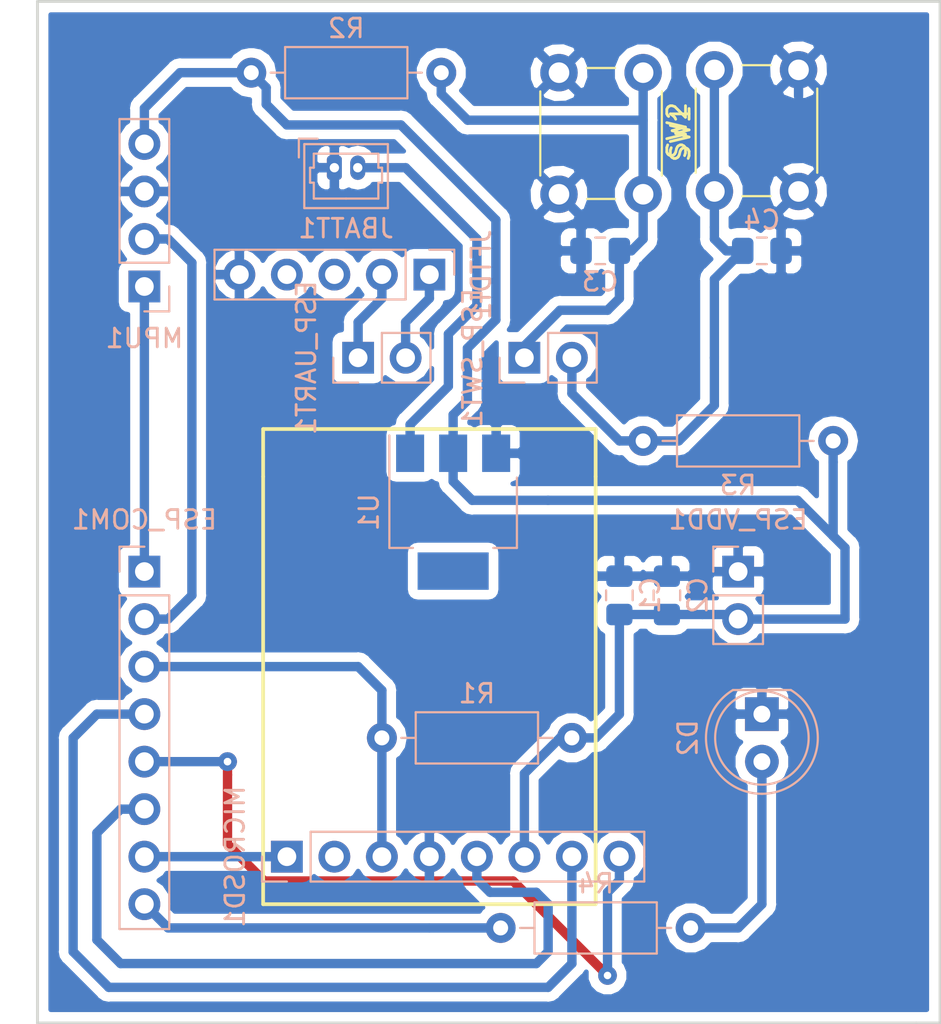
<source format=kicad_pcb>
(kicad_pcb (version 20171130) (host pcbnew 5.0.0-fee4fd1~66~ubuntu16.04.1)

  (general
    (thickness 1.6)
    (drawings 12)
    (tracks 126)
    (zones 0)
    (modules 20)
    (nets 17)
  )

  (page A4)
  (layers
    (0 F.Cu signal)
    (31 B.Cu signal)
    (32 B.Adhes user)
    (33 F.Adhes user)
    (34 B.Paste user)
    (35 F.Paste user)
    (36 B.SilkS user)
    (37 F.SilkS user)
    (38 B.Mask user)
    (39 F.Mask user)
    (40 Dwgs.User user)
    (41 Cmts.User user)
    (42 Eco1.User user)
    (43 Eco2.User user)
    (44 Edge.Cuts user)
    (45 Margin user)
    (46 B.CrtYd user)
    (47 F.CrtYd user)
    (48 B.Fab user)
    (49 F.Fab user)
  )

  (setup
    (last_trace_width 0.5)
    (trace_clearance 0.2)
    (zone_clearance 0.508)
    (zone_45_only no)
    (trace_min 0.2)
    (segment_width 0.2)
    (edge_width 0.15)
    (via_size 1)
    (via_drill 0.4)
    (via_min_size 0.4)
    (via_min_drill 0.3)
    (uvia_size 0.3)
    (uvia_drill 0.1)
    (uvias_allowed no)
    (uvia_min_size 0.2)
    (uvia_min_drill 0.1)
    (pcb_text_width 0.3)
    (pcb_text_size 1.5 1.5)
    (mod_edge_width 0.15)
    (mod_text_size 1 1)
    (mod_text_width 0.15)
    (pad_size 1.524 1.524)
    (pad_drill 0.762)
    (pad_to_mask_clearance 0.2)
    (aux_axis_origin 0 0)
    (visible_elements 7FFFFFFF)
    (pcbplotparams
      (layerselection 0x00030_80000001)
      (usegerberextensions false)
      (usegerberattributes false)
      (usegerberadvancedattributes false)
      (creategerberjobfile false)
      (excludeedgelayer true)
      (linewidth 0.100000)
      (plotframeref false)
      (viasonmask false)
      (mode 1)
      (useauxorigin false)
      (hpglpennumber 1)
      (hpglpenspeed 20)
      (hpglpendiameter 15.000000)
      (psnegative false)
      (psa4output false)
      (plotreference true)
      (plotvalue true)
      (plotinvisibletext false)
      (padsonsilk false)
      (subtractmaskfromsilk false)
      (outputformat 1)
      (mirror false)
      (drillshape 1)
      (scaleselection 1)
      (outputdirectory ""))
  )

  (net 0 "")
  (net 1 BATT_GND)
  (net 2 BATT)
  (net 3 "Net-(D2-Pad2)")
  (net 4 3.3V)
  (net 5 D0)
  (net 6 BOOT)
  (net 7 EN)
  (net 8 PC_TX)
  (net 9 PC_RX)
  (net 10 SDA)
  (net 11 SCL)
  (net 12 CD)
  (net 13 IO_LED)
  (net 14 DI)
  (net 15 SCK)
  (net 16 CS)

  (net_class Default "これは標準のネット クラスです。"
    (clearance 0.2)
    (trace_width 0.5)
    (via_dia 1)
    (via_drill 0.4)
    (uvia_dia 0.3)
    (uvia_drill 0.1)
    (add_net 3.3V)
    (add_net BATT)
    (add_net BATT_GND)
    (add_net BOOT)
    (add_net CD)
    (add_net CS)
    (add_net D0)
    (add_net DI)
    (add_net EN)
    (add_net IO_LED)
    (add_net "Net-(D2-Pad2)")
    (add_net PC_RX)
    (add_net PC_TX)
    (add_net SCK)
    (add_net SCL)
    (add_net SDA)
  )

  (net_class POWER ""
    (clearance 0.2)
    (trace_width 1)
    (via_dia 1)
    (via_drill 0.4)
    (uvia_dia 0.3)
    (uvia_drill 0.1)
  )

  (module Connector_PinSocket_2.54mm:PinSocket_1x02_P2.54mm_Vertical (layer B.Cu) (tedit 5A19A420) (tstamp 5BCAECA2)
    (at 139.7 44.45 270)
    (descr "Through hole straight socket strip, 1x02, 2.54mm pitch, single row (from Kicad 4.0.7), script generated")
    (tags "Through hole socket strip THT 1x02 2.54mm single row")
    (path /5BC935DF)
    (fp_text reference ESP_SWT1 (at 0 2.77 270) (layer B.SilkS)
      (effects (font (size 1 1) (thickness 0.15)) (justify mirror))
    )
    (fp_text value Conn_01x02_Female (at 0 -5.31 270) (layer B.Fab)
      (effects (font (size 1 1) (thickness 0.15)) (justify mirror))
    )
    (fp_text user %R (at 0 -1.27 180) (layer B.Fab)
      (effects (font (size 1 1) (thickness 0.15)) (justify mirror))
    )
    (fp_line (start -1.8 -4.3) (end -1.8 1.8) (layer B.CrtYd) (width 0.05))
    (fp_line (start 1.75 -4.3) (end -1.8 -4.3) (layer B.CrtYd) (width 0.05))
    (fp_line (start 1.75 1.8) (end 1.75 -4.3) (layer B.CrtYd) (width 0.05))
    (fp_line (start -1.8 1.8) (end 1.75 1.8) (layer B.CrtYd) (width 0.05))
    (fp_line (start 0 1.33) (end 1.33 1.33) (layer B.SilkS) (width 0.12))
    (fp_line (start 1.33 1.33) (end 1.33 0) (layer B.SilkS) (width 0.12))
    (fp_line (start 1.33 -1.27) (end 1.33 -3.87) (layer B.SilkS) (width 0.12))
    (fp_line (start -1.33 -3.87) (end 1.33 -3.87) (layer B.SilkS) (width 0.12))
    (fp_line (start -1.33 -1.27) (end -1.33 -3.87) (layer B.SilkS) (width 0.12))
    (fp_line (start -1.33 -1.27) (end 1.33 -1.27) (layer B.SilkS) (width 0.12))
    (fp_line (start -1.27 -3.81) (end -1.27 1.27) (layer B.Fab) (width 0.1))
    (fp_line (start 1.27 -3.81) (end -1.27 -3.81) (layer B.Fab) (width 0.1))
    (fp_line (start 1.27 0.635) (end 1.27 -3.81) (layer B.Fab) (width 0.1))
    (fp_line (start 0.635 1.27) (end 1.27 0.635) (layer B.Fab) (width 0.1))
    (fp_line (start -1.27 1.27) (end 0.635 1.27) (layer B.Fab) (width 0.1))
    (pad 2 thru_hole oval (at 0 -2.54 270) (size 1.7 1.7) (drill 1) (layers *.Cu *.Mask)
      (net 7 EN))
    (pad 1 thru_hole rect (at 0 0 270) (size 1.7 1.7) (drill 1) (layers *.Cu *.Mask)
      (net 6 BOOT))
    (model ${KISYS3DMOD}/Connector_PinSocket_2.54mm.3dshapes/PinSocket_1x02_P2.54mm_Vertical.wrl
      (at (xyz 0 0 0))
      (scale (xyz 1 1 1))
      (rotate (xyz 0 0 0))
    )
  )

  (module Connector_PinSocket_2.54mm:PinSocket_1x08_P2.54mm_Vertical (layer B.Cu) (tedit 5BC5FB64) (tstamp 5BEB4377)
    (at 119.38 55.88 180)
    (descr "Through hole straight socket strip, 1x08, 2.54mm pitch, single row (from Kicad 4.0.7), script generated")
    (tags "Through hole socket strip THT 1x08 2.54mm single row")
    (path /5BC906CC)
    (fp_text reference ESP_COM1 (at 0 2.77 180) (layer B.SilkS)
      (effects (font (size 1 1) (thickness 0.15)) (justify mirror))
    )
    (fp_text value Conn_01x08_Female (at 0 -20.55 180) (layer B.Fab)
      (effects (font (size 1 1) (thickness 0.15)) (justify mirror))
    )
    (fp_line (start -1.27 1.27) (end 0.635 1.27) (layer B.Fab) (width 0.1))
    (fp_line (start 0.635 1.27) (end 1.27 0.635) (layer B.Fab) (width 0.1))
    (fp_line (start 1.27 0.635) (end 1.27 -19.05) (layer B.Fab) (width 0.1))
    (fp_line (start 1.27 -19.05) (end -1.27 -19.05) (layer B.Fab) (width 0.1))
    (fp_line (start -1.27 -19.05) (end -1.27 1.27) (layer B.Fab) (width 0.1))
    (fp_line (start -1.33 -1.27) (end 1.33 -1.27) (layer B.SilkS) (width 0.12))
    (fp_line (start -1.33 -1.27) (end -1.33 -19.11) (layer B.SilkS) (width 0.12))
    (fp_line (start -1.33 -19.11) (end 1.33 -19.11) (layer B.SilkS) (width 0.12))
    (fp_line (start 1.33 -1.27) (end 1.33 -19.11) (layer B.SilkS) (width 0.12))
    (fp_line (start 1.33 1.33) (end 1.33 0) (layer B.SilkS) (width 0.12))
    (fp_line (start 0 1.33) (end 1.33 1.33) (layer B.SilkS) (width 0.12))
    (fp_line (start -1.8 1.8) (end 1.75 1.8) (layer B.CrtYd) (width 0.05))
    (fp_line (start 1.75 1.8) (end 1.75 -19.55) (layer B.CrtYd) (width 0.05))
    (fp_line (start 1.75 -19.55) (end -1.8 -19.55) (layer B.CrtYd) (width 0.05))
    (fp_line (start -1.8 -19.55) (end -1.8 1.8) (layer B.CrtYd) (width 0.05))
    (fp_text user %R (at 0 -8.89 90) (layer B.Fab)
      (effects (font (size 1 1) (thickness 0.15)) (justify mirror))
    )
    (pad 1 thru_hole rect (at 0 0 180) (size 1.7 1.7) (drill 1) (layers *.Cu *.Mask)
      (net 10 SDA))
    (pad 2 thru_hole oval (at 0 -2.54 180) (size 1.7 1.7) (drill 1) (layers *.Cu *.Mask)
      (net 11 SCL))
    (pad 3 thru_hole oval (at 0 -5.08 180) (size 1.7 1.7) (drill 1) (layers *.Cu *.Mask)
      (net 5 D0))
    (pad 4 thru_hole oval (at 0 -7.62 180) (size 1.7 1.7) (drill 1) (layers *.Cu *.Mask)
      (net 14 DI))
    (pad 5 thru_hole oval (at 0 -10.16 180) (size 1.7 1.7) (drill 1) (layers *.Cu *.Mask)
      (net 16 CS))
    (pad 6 thru_hole oval (at 0 -12.7 180) (size 1.7 1.7) (drill 1) (layers *.Cu *.Mask)
      (net 15 SCK))
    (pad 7 thru_hole oval (at 0 -15.24 180) (size 1.7 1.7) (drill 1) (layers *.Cu *.Mask)
      (net 12 CD))
    (pad 8 thru_hole oval (at 0 -17.78 180) (size 1.7 1.7) (drill 1) (layers *.Cu *.Mask)
      (net 13 IO_LED))
    (model ${KISYS3DMOD}/Connector_PinSocket_2.54mm.3dshapes/PinSocket_1x08_P2.54mm_Vertical.wrl
      (at (xyz 0 0 0))
      (scale (xyz 1 1 1))
      (rotate (xyz 0 0 0))
    )
  )

  (module Connector_PinSocket_2.54mm:PinSocket_1x02_P2.54mm_Vertical (layer B.Cu) (tedit 5A19A420) (tstamp 5BD9D2EB)
    (at 151.13 55.88 180)
    (descr "Through hole straight socket strip, 1x02, 2.54mm pitch, single row (from Kicad 4.0.7), script generated")
    (tags "Through hole socket strip THT 1x02 2.54mm single row")
    (path /5BC934DA)
    (fp_text reference ESP_VDD1 (at 0 2.77 180) (layer B.SilkS)
      (effects (font (size 1 1) (thickness 0.15)) (justify mirror))
    )
    (fp_text value Conn_01x02_Female (at 0 -5.31 180) (layer B.Fab)
      (effects (font (size 1 1) (thickness 0.15)) (justify mirror))
    )
    (fp_text user %R (at 0 -1.27 90) (layer B.Fab)
      (effects (font (size 1 1) (thickness 0.15)) (justify mirror))
    )
    (fp_line (start -1.8 -4.3) (end -1.8 1.8) (layer B.CrtYd) (width 0.05))
    (fp_line (start 1.75 -4.3) (end -1.8 -4.3) (layer B.CrtYd) (width 0.05))
    (fp_line (start 1.75 1.8) (end 1.75 -4.3) (layer B.CrtYd) (width 0.05))
    (fp_line (start -1.8 1.8) (end 1.75 1.8) (layer B.CrtYd) (width 0.05))
    (fp_line (start 0 1.33) (end 1.33 1.33) (layer B.SilkS) (width 0.12))
    (fp_line (start 1.33 1.33) (end 1.33 0) (layer B.SilkS) (width 0.12))
    (fp_line (start 1.33 -1.27) (end 1.33 -3.87) (layer B.SilkS) (width 0.12))
    (fp_line (start -1.33 -3.87) (end 1.33 -3.87) (layer B.SilkS) (width 0.12))
    (fp_line (start -1.33 -1.27) (end -1.33 -3.87) (layer B.SilkS) (width 0.12))
    (fp_line (start -1.33 -1.27) (end 1.33 -1.27) (layer B.SilkS) (width 0.12))
    (fp_line (start -1.27 -3.81) (end -1.27 1.27) (layer B.Fab) (width 0.1))
    (fp_line (start 1.27 -3.81) (end -1.27 -3.81) (layer B.Fab) (width 0.1))
    (fp_line (start 1.27 0.635) (end 1.27 -3.81) (layer B.Fab) (width 0.1))
    (fp_line (start 0.635 1.27) (end 1.27 0.635) (layer B.Fab) (width 0.1))
    (fp_line (start -1.27 1.27) (end 0.635 1.27) (layer B.Fab) (width 0.1))
    (pad 2 thru_hole oval (at 0 -2.54 180) (size 1.7 1.7) (drill 1) (layers *.Cu *.Mask)
      (net 4 3.3V))
    (pad 1 thru_hole rect (at 0 0 180) (size 1.7 1.7) (drill 1) (layers *.Cu *.Mask)
      (net 1 BATT_GND))
    (model ${KISYS3DMOD}/Connector_PinSocket_2.54mm.3dshapes/PinSocket_1x02_P2.54mm_Vertical.wrl
      (at (xyz 0 0 0))
      (scale (xyz 1 1 1))
      (rotate (xyz 0 0 0))
    )
  )

  (module Connector_PinSocket_2.54mm:PinSocket_1x02_P2.54mm_Vertical (layer B.Cu) (tedit 5A19A420) (tstamp 5BEB74A4)
    (at 130.81 44.45 270)
    (descr "Through hole straight socket strip, 1x02, 2.54mm pitch, single row (from Kicad 4.0.7), script generated")
    (tags "Through hole socket strip THT 1x02 2.54mm single row")
    (path /5BC93534)
    (fp_text reference ESP_UART1 (at 0 2.77 270) (layer B.SilkS)
      (effects (font (size 1 1) (thickness 0.15)) (justify mirror))
    )
    (fp_text value Conn_01x02_Female (at 0 -5.31 270) (layer B.Fab)
      (effects (font (size 1 1) (thickness 0.15)) (justify mirror))
    )
    (fp_line (start -1.27 1.27) (end 0.635 1.27) (layer B.Fab) (width 0.1))
    (fp_line (start 0.635 1.27) (end 1.27 0.635) (layer B.Fab) (width 0.1))
    (fp_line (start 1.27 0.635) (end 1.27 -3.81) (layer B.Fab) (width 0.1))
    (fp_line (start 1.27 -3.81) (end -1.27 -3.81) (layer B.Fab) (width 0.1))
    (fp_line (start -1.27 -3.81) (end -1.27 1.27) (layer B.Fab) (width 0.1))
    (fp_line (start -1.33 -1.27) (end 1.33 -1.27) (layer B.SilkS) (width 0.12))
    (fp_line (start -1.33 -1.27) (end -1.33 -3.87) (layer B.SilkS) (width 0.12))
    (fp_line (start -1.33 -3.87) (end 1.33 -3.87) (layer B.SilkS) (width 0.12))
    (fp_line (start 1.33 -1.27) (end 1.33 -3.87) (layer B.SilkS) (width 0.12))
    (fp_line (start 1.33 1.33) (end 1.33 0) (layer B.SilkS) (width 0.12))
    (fp_line (start 0 1.33) (end 1.33 1.33) (layer B.SilkS) (width 0.12))
    (fp_line (start -1.8 1.8) (end 1.75 1.8) (layer B.CrtYd) (width 0.05))
    (fp_line (start 1.75 1.8) (end 1.75 -4.3) (layer B.CrtYd) (width 0.05))
    (fp_line (start 1.75 -4.3) (end -1.8 -4.3) (layer B.CrtYd) (width 0.05))
    (fp_line (start -1.8 -4.3) (end -1.8 1.8) (layer B.CrtYd) (width 0.05))
    (fp_text user %R (at 0 -1.27 180) (layer B.Fab)
      (effects (font (size 1 1) (thickness 0.15)) (justify mirror))
    )
    (pad 1 thru_hole rect (at 0 0 270) (size 1.7 1.7) (drill 1) (layers *.Cu *.Mask)
      (net 8 PC_TX))
    (pad 2 thru_hole oval (at 0 -2.54 270) (size 1.7 1.7) (drill 1) (layers *.Cu *.Mask)
      (net 9 PC_RX))
    (model ${KISYS3DMOD}/Connector_PinSocket_2.54mm.3dshapes/PinSocket_1x02_P2.54mm_Vertical.wrl
      (at (xyz 0 0 0))
      (scale (xyz 1 1 1))
      (rotate (xyz 0 0 0))
    )
  )

  (module Capacitor_SMD:C_0805_2012Metric_Pad1.15x1.40mm_HandSolder (layer B.Cu) (tedit 5B36C52B) (tstamp 5BD9BD9F)
    (at 144.78 57.15 90)
    (descr "Capacitor SMD 0805 (2012 Metric), square (rectangular) end terminal, IPC_7351 nominal with elongated pad for handsoldering. (Body size source: https://docs.google.com/spreadsheets/d/1BsfQQcO9C6DZCsRaXUlFlo91Tg2WpOkGARC1WS5S8t0/edit?usp=sharing), generated with kicad-footprint-generator")
    (tags "capacitor handsolder")
    (path /5BC940F9)
    (attr smd)
    (fp_text reference C1 (at 0 1.65 90) (layer B.SilkS)
      (effects (font (size 1 1) (thickness 0.15)) (justify mirror))
    )
    (fp_text value 100u (at 0 -1.65 90) (layer B.Fab)
      (effects (font (size 1 1) (thickness 0.15)) (justify mirror))
    )
    (fp_line (start -1 -0.6) (end -1 0.6) (layer B.Fab) (width 0.1))
    (fp_line (start -1 0.6) (end 1 0.6) (layer B.Fab) (width 0.1))
    (fp_line (start 1 0.6) (end 1 -0.6) (layer B.Fab) (width 0.1))
    (fp_line (start 1 -0.6) (end -1 -0.6) (layer B.Fab) (width 0.1))
    (fp_line (start -0.261252 0.71) (end 0.261252 0.71) (layer B.SilkS) (width 0.12))
    (fp_line (start -0.261252 -0.71) (end 0.261252 -0.71) (layer B.SilkS) (width 0.12))
    (fp_line (start -1.85 -0.95) (end -1.85 0.95) (layer B.CrtYd) (width 0.05))
    (fp_line (start -1.85 0.95) (end 1.85 0.95) (layer B.CrtYd) (width 0.05))
    (fp_line (start 1.85 0.95) (end 1.85 -0.95) (layer B.CrtYd) (width 0.05))
    (fp_line (start 1.85 -0.95) (end -1.85 -0.95) (layer B.CrtYd) (width 0.05))
    (fp_text user %R (at 0 0 90) (layer B.Fab)
      (effects (font (size 0.5 0.5) (thickness 0.08)) (justify mirror))
    )
    (pad 1 smd roundrect (at -1.025 0 90) (size 1.15 1.4) (layers B.Cu B.Paste B.Mask) (roundrect_rratio 0.217391)
      (net 4 3.3V))
    (pad 2 smd roundrect (at 1.025 0 90) (size 1.15 1.4) (layers B.Cu B.Paste B.Mask) (roundrect_rratio 0.217391)
      (net 1 BATT_GND))
    (model ${KISYS3DMOD}/Capacitor_SMD.3dshapes/C_0805_2012Metric.wrl
      (at (xyz 0 0 0))
      (scale (xyz 1 1 1))
      (rotate (xyz 0 0 0))
    )
  )

  (module Capacitor_SMD:C_0805_2012Metric_Pad1.15x1.40mm_HandSolder (layer B.Cu) (tedit 5B36C52B) (tstamp 5BD9D143)
    (at 147.32 57.15 90)
    (descr "Capacitor SMD 0805 (2012 Metric), square (rectangular) end terminal, IPC_7351 nominal with elongated pad for handsoldering. (Body size source: https://docs.google.com/spreadsheets/d/1BsfQQcO9C6DZCsRaXUlFlo91Tg2WpOkGARC1WS5S8t0/edit?usp=sharing), generated with kicad-footprint-generator")
    (tags "capacitor handsolder")
    (path /5BC9419B)
    (attr smd)
    (fp_text reference C2 (at 0 1.65 90) (layer B.SilkS)
      (effects (font (size 1 1) (thickness 0.15)) (justify mirror))
    )
    (fp_text value 1u (at 0 -1.65 90) (layer B.Fab)
      (effects (font (size 1 1) (thickness 0.15)) (justify mirror))
    )
    (fp_text user %R (at 0 0 90) (layer B.Fab)
      (effects (font (size 0.5 0.5) (thickness 0.08)) (justify mirror))
    )
    (fp_line (start 1.85 -0.95) (end -1.85 -0.95) (layer B.CrtYd) (width 0.05))
    (fp_line (start 1.85 0.95) (end 1.85 -0.95) (layer B.CrtYd) (width 0.05))
    (fp_line (start -1.85 0.95) (end 1.85 0.95) (layer B.CrtYd) (width 0.05))
    (fp_line (start -1.85 -0.95) (end -1.85 0.95) (layer B.CrtYd) (width 0.05))
    (fp_line (start -0.261252 -0.71) (end 0.261252 -0.71) (layer B.SilkS) (width 0.12))
    (fp_line (start -0.261252 0.71) (end 0.261252 0.71) (layer B.SilkS) (width 0.12))
    (fp_line (start 1 -0.6) (end -1 -0.6) (layer B.Fab) (width 0.1))
    (fp_line (start 1 0.6) (end 1 -0.6) (layer B.Fab) (width 0.1))
    (fp_line (start -1 0.6) (end 1 0.6) (layer B.Fab) (width 0.1))
    (fp_line (start -1 -0.6) (end -1 0.6) (layer B.Fab) (width 0.1))
    (pad 2 smd roundrect (at 1.025 0 90) (size 1.15 1.4) (layers B.Cu B.Paste B.Mask) (roundrect_rratio 0.217391)
      (net 1 BATT_GND))
    (pad 1 smd roundrect (at -1.025 0 90) (size 1.15 1.4) (layers B.Cu B.Paste B.Mask) (roundrect_rratio 0.217391)
      (net 4 3.3V))
    (model ${KISYS3DMOD}/Capacitor_SMD.3dshapes/C_0805_2012Metric.wrl
      (at (xyz 0 0 0))
      (scale (xyz 1 1 1))
      (rotate (xyz 0 0 0))
    )
  )

  (module Capacitor_SMD:C_0805_2012Metric_Pad1.15x1.40mm_HandSolder (layer B.Cu) (tedit 5B36C52B) (tstamp 5BD9E72B)
    (at 143.755 38.735)
    (descr "Capacitor SMD 0805 (2012 Metric), square (rectangular) end terminal, IPC_7351 nominal with elongated pad for handsoldering. (Body size source: https://docs.google.com/spreadsheets/d/1BsfQQcO9C6DZCsRaXUlFlo91Tg2WpOkGARC1WS5S8t0/edit?usp=sharing), generated with kicad-footprint-generator")
    (tags "capacitor handsolder")
    (path /5BC93EEE)
    (attr smd)
    (fp_text reference C3 (at 0 1.65) (layer B.SilkS)
      (effects (font (size 1 1) (thickness 0.15)) (justify mirror))
    )
    (fp_text value 1n (at 0 -1.65) (layer B.Fab)
      (effects (font (size 1 1) (thickness 0.15)) (justify mirror))
    )
    (fp_line (start -1 -0.6) (end -1 0.6) (layer B.Fab) (width 0.1))
    (fp_line (start -1 0.6) (end 1 0.6) (layer B.Fab) (width 0.1))
    (fp_line (start 1 0.6) (end 1 -0.6) (layer B.Fab) (width 0.1))
    (fp_line (start 1 -0.6) (end -1 -0.6) (layer B.Fab) (width 0.1))
    (fp_line (start -0.261252 0.71) (end 0.261252 0.71) (layer B.SilkS) (width 0.12))
    (fp_line (start -0.261252 -0.71) (end 0.261252 -0.71) (layer B.SilkS) (width 0.12))
    (fp_line (start -1.85 -0.95) (end -1.85 0.95) (layer B.CrtYd) (width 0.05))
    (fp_line (start -1.85 0.95) (end 1.85 0.95) (layer B.CrtYd) (width 0.05))
    (fp_line (start 1.85 0.95) (end 1.85 -0.95) (layer B.CrtYd) (width 0.05))
    (fp_line (start 1.85 -0.95) (end -1.85 -0.95) (layer B.CrtYd) (width 0.05))
    (fp_text user %R (at 0 0) (layer B.Fab)
      (effects (font (size 0.5 0.5) (thickness 0.08)) (justify mirror))
    )
    (pad 1 smd roundrect (at -1.025 0) (size 1.15 1.4) (layers B.Cu B.Paste B.Mask) (roundrect_rratio 0.217391)
      (net 1 BATT_GND))
    (pad 2 smd roundrect (at 1.025 0) (size 1.15 1.4) (layers B.Cu B.Paste B.Mask) (roundrect_rratio 0.217391)
      (net 6 BOOT))
    (model ${KISYS3DMOD}/Capacitor_SMD.3dshapes/C_0805_2012Metric.wrl
      (at (xyz 0 0 0))
      (scale (xyz 1 1 1))
      (rotate (xyz 0 0 0))
    )
  )

  (module Capacitor_SMD:C_0805_2012Metric_Pad1.15x1.40mm_HandSolder (layer B.Cu) (tedit 5B36C52B) (tstamp 5BD9BDD2)
    (at 152.4 38.735 180)
    (descr "Capacitor SMD 0805 (2012 Metric), square (rectangular) end terminal, IPC_7351 nominal with elongated pad for handsoldering. (Body size source: https://docs.google.com/spreadsheets/d/1BsfQQcO9C6DZCsRaXUlFlo91Tg2WpOkGARC1WS5S8t0/edit?usp=sharing), generated with kicad-footprint-generator")
    (tags "capacitor handsolder")
    (path /5BC93F66)
    (attr smd)
    (fp_text reference C4 (at 0 1.65 180) (layer B.SilkS)
      (effects (font (size 1 1) (thickness 0.15)) (justify mirror))
    )
    (fp_text value 1n (at 0 -1.65 180) (layer B.Fab)
      (effects (font (size 1 1) (thickness 0.15)) (justify mirror))
    )
    (fp_text user %R (at 0 0 180) (layer B.Fab)
      (effects (font (size 0.5 0.5) (thickness 0.08)) (justify mirror))
    )
    (fp_line (start 1.85 -0.95) (end -1.85 -0.95) (layer B.CrtYd) (width 0.05))
    (fp_line (start 1.85 0.95) (end 1.85 -0.95) (layer B.CrtYd) (width 0.05))
    (fp_line (start -1.85 0.95) (end 1.85 0.95) (layer B.CrtYd) (width 0.05))
    (fp_line (start -1.85 -0.95) (end -1.85 0.95) (layer B.CrtYd) (width 0.05))
    (fp_line (start -0.261252 -0.71) (end 0.261252 -0.71) (layer B.SilkS) (width 0.12))
    (fp_line (start -0.261252 0.71) (end 0.261252 0.71) (layer B.SilkS) (width 0.12))
    (fp_line (start 1 -0.6) (end -1 -0.6) (layer B.Fab) (width 0.1))
    (fp_line (start 1 0.6) (end 1 -0.6) (layer B.Fab) (width 0.1))
    (fp_line (start -1 0.6) (end 1 0.6) (layer B.Fab) (width 0.1))
    (fp_line (start -1 -0.6) (end -1 0.6) (layer B.Fab) (width 0.1))
    (pad 2 smd roundrect (at 1.025 0 180) (size 1.15 1.4) (layers B.Cu B.Paste B.Mask) (roundrect_rratio 0.217391)
      (net 7 EN))
    (pad 1 smd roundrect (at -1.025 0 180) (size 1.15 1.4) (layers B.Cu B.Paste B.Mask) (roundrect_rratio 0.217391)
      (net 1 BATT_GND))
    (model ${KISYS3DMOD}/Capacitor_SMD.3dshapes/C_0805_2012Metric.wrl
      (at (xyz 0 0 0))
      (scale (xyz 1 1 1))
      (rotate (xyz 0 0 0))
    )
  )

  (module LED_THT:LED_D5.0mm_Clear (layer B.Cu) (tedit 5A6C9BC0) (tstamp 5BD9BDE4)
    (at 152.4 63.5 270)
    (descr "LED, diameter 5.0mm, 2 pins, http://cdn-reichelt.de/documents/datenblatt/A500/LL-504BC2E-009.pdf")
    (tags "LED diameter 5.0mm 2 pins")
    (path /5BC93A8A)
    (fp_text reference D2 (at 1.27 3.96 270) (layer B.SilkS)
      (effects (font (size 1 1) (thickness 0.15)) (justify mirror))
    )
    (fp_text value LED (at 1.27 -3.96 270) (layer B.Fab)
      (effects (font (size 1 1) (thickness 0.15)) (justify mirror))
    )
    (fp_text user %R (at 1.25 0 270) (layer B.Fab)
      (effects (font (size 0.8 0.8) (thickness 0.2)) (justify mirror))
    )
    (fp_line (start -1.23 1.469694) (end -1.23 -1.469694) (layer B.Fab) (width 0.1))
    (fp_line (start -1.29 1.545) (end -1.29 -1.545) (layer B.SilkS) (width 0.12))
    (fp_line (start -1.95 3.25) (end -1.95 -3.25) (layer B.CrtYd) (width 0.05))
    (fp_line (start -1.95 -3.25) (end 4.5 -3.25) (layer B.CrtYd) (width 0.05))
    (fp_line (start 4.5 -3.25) (end 4.5 3.25) (layer B.CrtYd) (width 0.05))
    (fp_line (start 4.5 3.25) (end -1.95 3.25) (layer B.CrtYd) (width 0.05))
    (fp_circle (center 1.27 0) (end 3.77 0) (layer B.Fab) (width 0.1))
    (fp_circle (center 1.27 0) (end 3.77 0) (layer B.SilkS) (width 0.12))
    (fp_arc (start 1.27 0) (end -1.23 1.469694) (angle -299.1) (layer B.Fab) (width 0.1))
    (fp_arc (start 1.27 0) (end -1.29 1.54483) (angle -148.9) (layer B.SilkS) (width 0.12))
    (fp_arc (start 1.27 0) (end -1.29 -1.54483) (angle 148.9) (layer B.SilkS) (width 0.12))
    (pad 1 thru_hole rect (at 0 0 270) (size 1.8 1.8) (drill 0.9) (layers *.Cu *.Mask)
      (net 1 BATT_GND))
    (pad 2 thru_hole circle (at 2.54 0 270) (size 1.8 1.8) (drill 0.9) (layers *.Cu *.Mask)
      (net 3 "Net-(D2-Pad2)"))
    (model ${KISYS3DMOD}/LED_THT.3dshapes/LED_D5.0mm_Clear.wrl
      (at (xyz 0 0 0))
      (scale (xyz 1 1 1))
      (rotate (xyz 0 0 0))
    )
  )

  (module Connector_Molex:Molex_PicoBlade_53047-0410_1x02_P1.25mm_Vertical (layer B.Cu) (tedit 5BCAEE7F) (tstamp 5BD9F1AE)
    (at 129.54 34.29)
    (descr "Molex PicoBlade Connector System, 53047-0410, 2 Pins per row (http://www.molex.com/pdm_docs/sd/530470610_sd.pdf), generated with kicad-footprint-generator")
    (tags "connector Molex PicoBlade side entry")
    (path /5BC93FEB)
    (fp_text reference JBATT1 (at 0.62 3.25) (layer B.SilkS)
      (effects (font (size 1 1) (thickness 0.15)) (justify mirror))
    )
    (fp_text value Conn_01x02_Female (at 0.62 -2.35) (layer B.Fab)
      (effects (font (size 1 1) (thickness 0.15)) (justify mirror))
    )
    (fp_line (start -1.5 2.05) (end -1.5 -1.15) (layer B.Fab) (width 0.1))
    (fp_line (start -1.5 -1.15) (end 2.75 -1.15) (layer B.Fab) (width 0.1))
    (fp_line (start 2.75 -1.15) (end 2.75 2.05) (layer B.Fab) (width 0.1))
    (fp_line (start 2.75 2.05) (end -1.5 2.05) (layer B.Fab) (width 0.1))
    (fp_line (start -1.61 2.16) (end -1.61 -1.26) (layer B.SilkS) (width 0.12))
    (fp_line (start -1.61 -1.26) (end 2.86 -1.26) (layer B.SilkS) (width 0.12))
    (fp_line (start 2.86 -1.26) (end 2.86 2.16) (layer B.SilkS) (width 0.12))
    (fp_line (start 2.86 2.16) (end -1.61 2.16) (layer B.SilkS) (width 0.12))
    (fp_line (start 0.625 -0.75) (end -1.1 -0.75) (layer B.SilkS) (width 0.12))
    (fp_line (start -1.1 -0.75) (end -1.1 0) (layer B.SilkS) (width 0.12))
    (fp_line (start -1.1 0) (end -1.3 0) (layer B.SilkS) (width 0.12))
    (fp_line (start -1.3 0) (end -1.3 0.8) (layer B.SilkS) (width 0.12))
    (fp_line (start -1.3 0.8) (end -1.1 0.8) (layer B.SilkS) (width 0.12))
    (fp_line (start -1.1 0.8) (end -1.1 1.65) (layer B.SilkS) (width 0.12))
    (fp_line (start -1.1 1.65) (end 0.625 1.65) (layer B.SilkS) (width 0.12))
    (fp_line (start 0.625 -0.75) (end 2.35 -0.75) (layer B.SilkS) (width 0.12))
    (fp_line (start 2.35 -0.75) (end 2.35 0) (layer B.SilkS) (width 0.12))
    (fp_line (start 2.35 0) (end 2.55 0) (layer B.SilkS) (width 0.12))
    (fp_line (start 2.55 0) (end 2.55 0.8) (layer B.SilkS) (width 0.12))
    (fp_line (start 2.55 0.8) (end 2.35 0.8) (layer B.SilkS) (width 0.12))
    (fp_line (start 2.35 0.8) (end 2.35 1.65) (layer B.SilkS) (width 0.12))
    (fp_line (start 2.35 1.65) (end 0.625 1.65) (layer B.SilkS) (width 0.12))
    (fp_line (start -1.9 -1.55) (end -1.9 -0.55) (layer B.SilkS) (width 0.12))
    (fp_line (start -1.9 -1.55) (end -0.9 -1.55) (layer B.SilkS) (width 0.12))
    (fp_line (start -0.5 -1.15) (end 0 -0.442893) (layer B.Fab) (width 0.1))
    (fp_line (start 0 -0.442893) (end 0.5 -1.15) (layer B.Fab) (width 0.1))
    (fp_line (start -2 2.55) (end -2 -1.65) (layer B.CrtYd) (width 0.05))
    (fp_line (start -2 -1.65) (end 3.25 -1.65) (layer B.CrtYd) (width 0.05))
    (fp_line (start 3.25 -1.65) (end 3.25 2.55) (layer B.CrtYd) (width 0.05))
    (fp_line (start 3.25 2.55) (end -2 2.55) (layer B.CrtYd) (width 0.05))
    (fp_text user %R (at 0.62 1.35) (layer B.Fab)
      (effects (font (size 1 1) (thickness 0.15)) (justify mirror))
    )
    (pad 1 thru_hole roundrect (at 0 0) (size 0.8 1.3) (drill 0.5) (layers *.Cu *.Mask) (roundrect_rratio 0.25)
      (net 1 BATT_GND))
    (pad 2 thru_hole oval (at 1.25 0) (size 0.8 1.3) (drill 0.5) (layers *.Cu *.Mask)
      (net 2 BATT))
    (model ${KISYS3DMOD}/Connector_Molex.3dshapes/Molex_PicoBlade_53047-0410_1x02_P1.25mm_Vertical.wrl
      (at (xyz 0 0 0))
      (scale (xyz 1 1 1))
      (rotate (xyz 0 0 0))
    )
  )

  (module Connector_PinSocket_2.54mm:PinSocket_1x05_P2.54mm_Vertical (layer B.Cu) (tedit 5A19A420) (tstamp 5BD9BE22)
    (at 134.62 40.005 90)
    (descr "Through hole straight socket strip, 1x05, 2.54mm pitch, single row (from Kicad 4.0.7), script generated")
    (tags "Through hole socket strip THT 1x05 2.54mm single row")
    (path /5BC9378A)
    (fp_text reference JFTDI1 (at 0 2.77 90) (layer B.SilkS)
      (effects (font (size 1 1) (thickness 0.15)) (justify mirror))
    )
    (fp_text value Conn_01x05_Female (at 0 -12.93 90) (layer B.Fab)
      (effects (font (size 1 1) (thickness 0.15)) (justify mirror))
    )
    (fp_line (start -1.27 1.27) (end 0.635 1.27) (layer B.Fab) (width 0.1))
    (fp_line (start 0.635 1.27) (end 1.27 0.635) (layer B.Fab) (width 0.1))
    (fp_line (start 1.27 0.635) (end 1.27 -11.43) (layer B.Fab) (width 0.1))
    (fp_line (start 1.27 -11.43) (end -1.27 -11.43) (layer B.Fab) (width 0.1))
    (fp_line (start -1.27 -11.43) (end -1.27 1.27) (layer B.Fab) (width 0.1))
    (fp_line (start -1.33 -1.27) (end 1.33 -1.27) (layer B.SilkS) (width 0.12))
    (fp_line (start -1.33 -1.27) (end -1.33 -11.49) (layer B.SilkS) (width 0.12))
    (fp_line (start -1.33 -11.49) (end 1.33 -11.49) (layer B.SilkS) (width 0.12))
    (fp_line (start 1.33 -1.27) (end 1.33 -11.49) (layer B.SilkS) (width 0.12))
    (fp_line (start 1.33 1.33) (end 1.33 0) (layer B.SilkS) (width 0.12))
    (fp_line (start 0 1.33) (end 1.33 1.33) (layer B.SilkS) (width 0.12))
    (fp_line (start -1.8 1.8) (end 1.75 1.8) (layer B.CrtYd) (width 0.05))
    (fp_line (start 1.75 1.8) (end 1.75 -11.9) (layer B.CrtYd) (width 0.05))
    (fp_line (start 1.75 -11.9) (end -1.8 -11.9) (layer B.CrtYd) (width 0.05))
    (fp_line (start -1.8 -11.9) (end -1.8 1.8) (layer B.CrtYd) (width 0.05))
    (fp_text user %R (at 0 -5.08) (layer B.Fab)
      (effects (font (size 1 1) (thickness 0.15)) (justify mirror))
    )
    (pad 1 thru_hole rect (at 0 0 90) (size 1.7 1.7) (drill 1) (layers *.Cu *.Mask)
      (net 9 PC_RX))
    (pad 2 thru_hole oval (at 0 -2.54 90) (size 1.7 1.7) (drill 1) (layers *.Cu *.Mask)
      (net 8 PC_TX))
    (pad 3 thru_hole oval (at 0 -5.08 90) (size 1.7 1.7) (drill 1) (layers *.Cu *.Mask))
    (pad 4 thru_hole oval (at 0 -7.62 90) (size 1.7 1.7) (drill 1) (layers *.Cu *.Mask))
    (pad 5 thru_hole oval (at 0 -10.16 90) (size 1.7 1.7) (drill 1) (layers *.Cu *.Mask)
      (net 1 BATT_GND))
    (model ${KISYS3DMOD}/Connector_PinSocket_2.54mm.3dshapes/PinSocket_1x05_P2.54mm_Vertical.wrl
      (at (xyz 0 0 0))
      (scale (xyz 1 1 1))
      (rotate (xyz 0 0 0))
    )
  )

  (module Connector_PinSocket_2.54mm:PinSocket_1x08_P2.54mm_Vertical (layer B.Cu) (tedit 5A19A420) (tstamp 5BD9BE3E)
    (at 127 71.12 270)
    (descr "Through hole straight socket strip, 1x08, 2.54mm pitch, single row (from Kicad 4.0.7), script generated")
    (tags "Through hole socket strip THT 1x08 2.54mm single row")
    (path /5BC94689)
    (fp_text reference MICROSD1 (at 0 2.77 270) (layer B.SilkS)
      (effects (font (size 1 1) (thickness 0.15)) (justify mirror))
    )
    (fp_text value Conn_01x08_Female (at 0 -20.55 270) (layer B.Fab)
      (effects (font (size 1 1) (thickness 0.15)) (justify mirror))
    )
    (fp_line (start -1.27 1.27) (end 0.635 1.27) (layer B.Fab) (width 0.1))
    (fp_line (start 0.635 1.27) (end 1.27 0.635) (layer B.Fab) (width 0.1))
    (fp_line (start 1.27 0.635) (end 1.27 -19.05) (layer B.Fab) (width 0.1))
    (fp_line (start 1.27 -19.05) (end -1.27 -19.05) (layer B.Fab) (width 0.1))
    (fp_line (start -1.27 -19.05) (end -1.27 1.27) (layer B.Fab) (width 0.1))
    (fp_line (start -1.33 -1.27) (end 1.33 -1.27) (layer B.SilkS) (width 0.12))
    (fp_line (start -1.33 -1.27) (end -1.33 -19.11) (layer B.SilkS) (width 0.12))
    (fp_line (start -1.33 -19.11) (end 1.33 -19.11) (layer B.SilkS) (width 0.12))
    (fp_line (start 1.33 -1.27) (end 1.33 -19.11) (layer B.SilkS) (width 0.12))
    (fp_line (start 1.33 1.33) (end 1.33 0) (layer B.SilkS) (width 0.12))
    (fp_line (start 0 1.33) (end 1.33 1.33) (layer B.SilkS) (width 0.12))
    (fp_line (start -1.8 1.8) (end 1.75 1.8) (layer B.CrtYd) (width 0.05))
    (fp_line (start 1.75 1.8) (end 1.75 -19.55) (layer B.CrtYd) (width 0.05))
    (fp_line (start 1.75 -19.55) (end -1.8 -19.55) (layer B.CrtYd) (width 0.05))
    (fp_line (start -1.8 -19.55) (end -1.8 1.8) (layer B.CrtYd) (width 0.05))
    (fp_text user %R (at 0 -8.89 180) (layer B.Fab)
      (effects (font (size 1 1) (thickness 0.15)) (justify mirror))
    )
    (pad 1 thru_hole rect (at 0 0 270) (size 1.7 1.7) (drill 1) (layers *.Cu *.Mask)
      (net 12 CD))
    (pad 2 thru_hole oval (at 0 -2.54 270) (size 1.7 1.7) (drill 1) (layers *.Cu *.Mask))
    (pad 3 thru_hole oval (at 0 -5.08 270) (size 1.7 1.7) (drill 1) (layers *.Cu *.Mask)
      (net 5 D0))
    (pad 4 thru_hole oval (at 0 -7.62 270) (size 1.7 1.7) (drill 1) (layers *.Cu *.Mask)
      (net 1 BATT_GND))
    (pad 5 thru_hole oval (at 0 -10.16 270) (size 1.7 1.7) (drill 1) (layers *.Cu *.Mask)
      (net 15 SCK))
    (pad 6 thru_hole oval (at 0 -12.7 270) (size 1.7 1.7) (drill 1) (layers *.Cu *.Mask)
      (net 4 3.3V))
    (pad 7 thru_hole oval (at 0 -15.24 270) (size 1.7 1.7) (drill 1) (layers *.Cu *.Mask)
      (net 14 DI))
    (pad 8 thru_hole oval (at 0 -17.78 270) (size 1.7 1.7) (drill 1) (layers *.Cu *.Mask)
      (net 16 CS))
    (model ${KISYS3DMOD}/Connector_PinSocket_2.54mm.3dshapes/PinSocket_1x08_P2.54mm_Vertical.wrl
      (at (xyz 0 0 0))
      (scale (xyz 1 1 1))
      (rotate (xyz 0 0 0))
    )
  )

  (module Connector_PinSocket_2.54mm:PinSocket_1x04_P2.54mm_Vertical (layer B.Cu) (tedit 5A19A429) (tstamp 5BD9BE56)
    (at 119.38 40.64)
    (descr "Through hole straight socket strip, 1x04, 2.54mm pitch, single row (from Kicad 4.0.7), script generated")
    (tags "Through hole socket strip THT 1x04 2.54mm single row")
    (path /5BC93698)
    (fp_text reference MPU1 (at 0 2.77) (layer B.SilkS)
      (effects (font (size 1 1) (thickness 0.15)) (justify mirror))
    )
    (fp_text value Conn_01x04_Female (at 0 -10.39) (layer B.Fab)
      (effects (font (size 1 1) (thickness 0.15)) (justify mirror))
    )
    (fp_line (start -1.27 1.27) (end 0.635 1.27) (layer B.Fab) (width 0.1))
    (fp_line (start 0.635 1.27) (end 1.27 0.635) (layer B.Fab) (width 0.1))
    (fp_line (start 1.27 0.635) (end 1.27 -8.89) (layer B.Fab) (width 0.1))
    (fp_line (start 1.27 -8.89) (end -1.27 -8.89) (layer B.Fab) (width 0.1))
    (fp_line (start -1.27 -8.89) (end -1.27 1.27) (layer B.Fab) (width 0.1))
    (fp_line (start -1.33 -1.27) (end 1.33 -1.27) (layer B.SilkS) (width 0.12))
    (fp_line (start -1.33 -1.27) (end -1.33 -8.95) (layer B.SilkS) (width 0.12))
    (fp_line (start -1.33 -8.95) (end 1.33 -8.95) (layer B.SilkS) (width 0.12))
    (fp_line (start 1.33 -1.27) (end 1.33 -8.95) (layer B.SilkS) (width 0.12))
    (fp_line (start 1.33 1.33) (end 1.33 0) (layer B.SilkS) (width 0.12))
    (fp_line (start 0 1.33) (end 1.33 1.33) (layer B.SilkS) (width 0.12))
    (fp_line (start -1.8 1.8) (end 1.75 1.8) (layer B.CrtYd) (width 0.05))
    (fp_line (start 1.75 1.8) (end 1.75 -9.4) (layer B.CrtYd) (width 0.05))
    (fp_line (start 1.75 -9.4) (end -1.8 -9.4) (layer B.CrtYd) (width 0.05))
    (fp_line (start -1.8 -9.4) (end -1.8 1.8) (layer B.CrtYd) (width 0.05))
    (fp_text user %R (at 0 -3.81 -90) (layer B.Fab)
      (effects (font (size 1 1) (thickness 0.15)) (justify mirror))
    )
    (pad 1 thru_hole rect (at 0 0) (size 1.7 1.7) (drill 1) (layers *.Cu *.Mask)
      (net 10 SDA))
    (pad 2 thru_hole oval (at 0 -2.54) (size 1.7 1.7) (drill 1) (layers *.Cu *.Mask)
      (net 11 SCL))
    (pad 3 thru_hole oval (at 0 -5.08) (size 1.7 1.7) (drill 1) (layers *.Cu *.Mask)
      (net 1 BATT_GND))
    (pad 4 thru_hole oval (at 0 -7.62) (size 1.7 1.7) (drill 1) (layers *.Cu *.Mask)
      (net 4 3.3V))
    (model ${KISYS3DMOD}/Connector_PinSocket_2.54mm.3dshapes/PinSocket_1x04_P2.54mm_Vertical.wrl
      (at (xyz 0 0 0))
      (scale (xyz 1 1 1))
      (rotate (xyz 0 0 0))
    )
  )

  (module Resistor_THT:R_Axial_DIN0207_L6.3mm_D2.5mm_P10.16mm_Horizontal (layer B.Cu) (tedit 5AE5139B) (tstamp 5BD9DDAA)
    (at 142.24 64.77 180)
    (descr "Resistor, Axial_DIN0207 series, Axial, Horizontal, pin pitch=10.16mm, 0.25W = 1/4W, length*diameter=6.3*2.5mm^2, http://cdn-reichelt.de/documents/datenblatt/B400/1_4W%23YAG.pdf")
    (tags "Resistor Axial_DIN0207 series Axial Horizontal pin pitch 10.16mm 0.25W = 1/4W length 6.3mm diameter 2.5mm")
    (path /5BC93CB9)
    (fp_text reference R1 (at 5.08 2.37 180) (layer B.SilkS)
      (effects (font (size 1 1) (thickness 0.15)) (justify mirror))
    )
    (fp_text value R (at 5.08 -2.37 180) (layer B.Fab)
      (effects (font (size 1 1) (thickness 0.15)) (justify mirror))
    )
    (fp_line (start 1.93 1.25) (end 1.93 -1.25) (layer B.Fab) (width 0.1))
    (fp_line (start 1.93 -1.25) (end 8.23 -1.25) (layer B.Fab) (width 0.1))
    (fp_line (start 8.23 -1.25) (end 8.23 1.25) (layer B.Fab) (width 0.1))
    (fp_line (start 8.23 1.25) (end 1.93 1.25) (layer B.Fab) (width 0.1))
    (fp_line (start 0 0) (end 1.93 0) (layer B.Fab) (width 0.1))
    (fp_line (start 10.16 0) (end 8.23 0) (layer B.Fab) (width 0.1))
    (fp_line (start 1.81 1.37) (end 1.81 -1.37) (layer B.SilkS) (width 0.12))
    (fp_line (start 1.81 -1.37) (end 8.35 -1.37) (layer B.SilkS) (width 0.12))
    (fp_line (start 8.35 -1.37) (end 8.35 1.37) (layer B.SilkS) (width 0.12))
    (fp_line (start 8.35 1.37) (end 1.81 1.37) (layer B.SilkS) (width 0.12))
    (fp_line (start 1.04 0) (end 1.81 0) (layer B.SilkS) (width 0.12))
    (fp_line (start 9.12 0) (end 8.35 0) (layer B.SilkS) (width 0.12))
    (fp_line (start -1.05 1.5) (end -1.05 -1.5) (layer B.CrtYd) (width 0.05))
    (fp_line (start -1.05 -1.5) (end 11.21 -1.5) (layer B.CrtYd) (width 0.05))
    (fp_line (start 11.21 -1.5) (end 11.21 1.5) (layer B.CrtYd) (width 0.05))
    (fp_line (start 11.21 1.5) (end -1.05 1.5) (layer B.CrtYd) (width 0.05))
    (fp_text user %R (at 5.08 0 180) (layer B.Fab)
      (effects (font (size 1 1) (thickness 0.15)) (justify mirror))
    )
    (pad 1 thru_hole circle (at 0 0 180) (size 1.6 1.6) (drill 0.8) (layers *.Cu *.Mask)
      (net 4 3.3V))
    (pad 2 thru_hole oval (at 10.16 0 180) (size 1.6 1.6) (drill 0.8) (layers *.Cu *.Mask)
      (net 5 D0))
    (model ${KISYS3DMOD}/Resistor_THT.3dshapes/R_Axial_DIN0207_L6.3mm_D2.5mm_P10.16mm_Horizontal.wrl
      (at (xyz 0 0 0))
      (scale (xyz 1 1 1))
      (rotate (xyz 0 0 0))
    )
  )

  (module Resistor_THT:R_Axial_DIN0207_L6.3mm_D2.5mm_P10.16mm_Horizontal (layer B.Cu) (tedit 5AE5139B) (tstamp 5BD9BE84)
    (at 135.255 29.21 180)
    (descr "Resistor, Axial_DIN0207 series, Axial, Horizontal, pin pitch=10.16mm, 0.25W = 1/4W, length*diameter=6.3*2.5mm^2, http://cdn-reichelt.de/documents/datenblatt/B400/1_4W%23YAG.pdf")
    (tags "Resistor Axial_DIN0207 series Axial Horizontal pin pitch 10.16mm 0.25W = 1/4W length 6.3mm diameter 2.5mm")
    (path /5BC93BF0)
    (fp_text reference R2 (at 5.08 2.37 180) (layer B.SilkS)
      (effects (font (size 1 1) (thickness 0.15)) (justify mirror))
    )
    (fp_text value 10k (at 5.08 -2.37 180) (layer B.Fab)
      (effects (font (size 1 1) (thickness 0.15)) (justify mirror))
    )
    (fp_line (start 1.93 1.25) (end 1.93 -1.25) (layer B.Fab) (width 0.1))
    (fp_line (start 1.93 -1.25) (end 8.23 -1.25) (layer B.Fab) (width 0.1))
    (fp_line (start 8.23 -1.25) (end 8.23 1.25) (layer B.Fab) (width 0.1))
    (fp_line (start 8.23 1.25) (end 1.93 1.25) (layer B.Fab) (width 0.1))
    (fp_line (start 0 0) (end 1.93 0) (layer B.Fab) (width 0.1))
    (fp_line (start 10.16 0) (end 8.23 0) (layer B.Fab) (width 0.1))
    (fp_line (start 1.81 1.37) (end 1.81 -1.37) (layer B.SilkS) (width 0.12))
    (fp_line (start 1.81 -1.37) (end 8.35 -1.37) (layer B.SilkS) (width 0.12))
    (fp_line (start 8.35 -1.37) (end 8.35 1.37) (layer B.SilkS) (width 0.12))
    (fp_line (start 8.35 1.37) (end 1.81 1.37) (layer B.SilkS) (width 0.12))
    (fp_line (start 1.04 0) (end 1.81 0) (layer B.SilkS) (width 0.12))
    (fp_line (start 9.12 0) (end 8.35 0) (layer B.SilkS) (width 0.12))
    (fp_line (start -1.05 1.5) (end -1.05 -1.5) (layer B.CrtYd) (width 0.05))
    (fp_line (start -1.05 -1.5) (end 11.21 -1.5) (layer B.CrtYd) (width 0.05))
    (fp_line (start 11.21 -1.5) (end 11.21 1.5) (layer B.CrtYd) (width 0.05))
    (fp_line (start 11.21 1.5) (end -1.05 1.5) (layer B.CrtYd) (width 0.05))
    (fp_text user %R (at 5.08 0 180) (layer B.Fab)
      (effects (font (size 1 1) (thickness 0.15)) (justify mirror))
    )
    (pad 1 thru_hole circle (at 0 0 180) (size 1.6 1.6) (drill 0.8) (layers *.Cu *.Mask)
      (net 6 BOOT))
    (pad 2 thru_hole oval (at 10.16 0 180) (size 1.6 1.6) (drill 0.8) (layers *.Cu *.Mask)
      (net 4 3.3V))
    (model ${KISYS3DMOD}/Resistor_THT.3dshapes/R_Axial_DIN0207_L6.3mm_D2.5mm_P10.16mm_Horizontal.wrl
      (at (xyz 0 0 0))
      (scale (xyz 1 1 1))
      (rotate (xyz 0 0 0))
    )
  )

  (module Resistor_THT:R_Axial_DIN0207_L6.3mm_D2.5mm_P10.16mm_Horizontal (layer B.Cu) (tedit 5AE5139B) (tstamp 5BD9F286)
    (at 146.05 48.895)
    (descr "Resistor, Axial_DIN0207 series, Axial, Horizontal, pin pitch=10.16mm, 0.25W = 1/4W, length*diameter=6.3*2.5mm^2, http://cdn-reichelt.de/documents/datenblatt/B400/1_4W%23YAG.pdf")
    (tags "Resistor Axial_DIN0207 series Axial Horizontal pin pitch 10.16mm 0.25W = 1/4W length 6.3mm diameter 2.5mm")
    (path /5BC93C61)
    (fp_text reference R3 (at 5.08 2.37) (layer B.SilkS)
      (effects (font (size 1 1) (thickness 0.15)) (justify mirror))
    )
    (fp_text value 10k (at 5.08 -2.37) (layer B.Fab)
      (effects (font (size 1 1) (thickness 0.15)) (justify mirror))
    )
    (fp_text user %R (at 5.08 0) (layer B.Fab)
      (effects (font (size 1 1) (thickness 0.15)) (justify mirror))
    )
    (fp_line (start 11.21 1.5) (end -1.05 1.5) (layer B.CrtYd) (width 0.05))
    (fp_line (start 11.21 -1.5) (end 11.21 1.5) (layer B.CrtYd) (width 0.05))
    (fp_line (start -1.05 -1.5) (end 11.21 -1.5) (layer B.CrtYd) (width 0.05))
    (fp_line (start -1.05 1.5) (end -1.05 -1.5) (layer B.CrtYd) (width 0.05))
    (fp_line (start 9.12 0) (end 8.35 0) (layer B.SilkS) (width 0.12))
    (fp_line (start 1.04 0) (end 1.81 0) (layer B.SilkS) (width 0.12))
    (fp_line (start 8.35 1.37) (end 1.81 1.37) (layer B.SilkS) (width 0.12))
    (fp_line (start 8.35 -1.37) (end 8.35 1.37) (layer B.SilkS) (width 0.12))
    (fp_line (start 1.81 -1.37) (end 8.35 -1.37) (layer B.SilkS) (width 0.12))
    (fp_line (start 1.81 1.37) (end 1.81 -1.37) (layer B.SilkS) (width 0.12))
    (fp_line (start 10.16 0) (end 8.23 0) (layer B.Fab) (width 0.1))
    (fp_line (start 0 0) (end 1.93 0) (layer B.Fab) (width 0.1))
    (fp_line (start 8.23 1.25) (end 1.93 1.25) (layer B.Fab) (width 0.1))
    (fp_line (start 8.23 -1.25) (end 8.23 1.25) (layer B.Fab) (width 0.1))
    (fp_line (start 1.93 -1.25) (end 8.23 -1.25) (layer B.Fab) (width 0.1))
    (fp_line (start 1.93 1.25) (end 1.93 -1.25) (layer B.Fab) (width 0.1))
    (pad 2 thru_hole oval (at 10.16 0) (size 1.6 1.6) (drill 0.8) (layers *.Cu *.Mask)
      (net 4 3.3V))
    (pad 1 thru_hole circle (at 0 0) (size 1.6 1.6) (drill 0.8) (layers *.Cu *.Mask)
      (net 7 EN))
    (model ${KISYS3DMOD}/Resistor_THT.3dshapes/R_Axial_DIN0207_L6.3mm_D2.5mm_P10.16mm_Horizontal.wrl
      (at (xyz 0 0 0))
      (scale (xyz 1 1 1))
      (rotate (xyz 0 0 0))
    )
  )

  (module Resistor_THT:R_Axial_DIN0207_L6.3mm_D2.5mm_P10.16mm_Horizontal (layer B.Cu) (tedit 5AE5139B) (tstamp 5BD9EB65)
    (at 148.59 74.93 180)
    (descr "Resistor, Axial_DIN0207 series, Axial, Horizontal, pin pitch=10.16mm, 0.25W = 1/4W, length*diameter=6.3*2.5mm^2, http://cdn-reichelt.de/documents/datenblatt/B400/1_4W%23YAG.pdf")
    (tags "Resistor Axial_DIN0207 series Axial Horizontal pin pitch 10.16mm 0.25W = 1/4W length 6.3mm diameter 2.5mm")
    (path /5BC939EC)
    (fp_text reference R4 (at 5.08 2.37 180) (layer B.SilkS)
      (effects (font (size 1 1) (thickness 0.15)) (justify mirror))
    )
    (fp_text value 1k (at 5.08 -2.37 180) (layer B.Fab)
      (effects (font (size 1 1) (thickness 0.15)) (justify mirror))
    )
    (fp_text user %R (at 5.08 0 180) (layer B.Fab)
      (effects (font (size 1 1) (thickness 0.15)) (justify mirror))
    )
    (fp_line (start 11.21 1.5) (end -1.05 1.5) (layer B.CrtYd) (width 0.05))
    (fp_line (start 11.21 -1.5) (end 11.21 1.5) (layer B.CrtYd) (width 0.05))
    (fp_line (start -1.05 -1.5) (end 11.21 -1.5) (layer B.CrtYd) (width 0.05))
    (fp_line (start -1.05 1.5) (end -1.05 -1.5) (layer B.CrtYd) (width 0.05))
    (fp_line (start 9.12 0) (end 8.35 0) (layer B.SilkS) (width 0.12))
    (fp_line (start 1.04 0) (end 1.81 0) (layer B.SilkS) (width 0.12))
    (fp_line (start 8.35 1.37) (end 1.81 1.37) (layer B.SilkS) (width 0.12))
    (fp_line (start 8.35 -1.37) (end 8.35 1.37) (layer B.SilkS) (width 0.12))
    (fp_line (start 1.81 -1.37) (end 8.35 -1.37) (layer B.SilkS) (width 0.12))
    (fp_line (start 1.81 1.37) (end 1.81 -1.37) (layer B.SilkS) (width 0.12))
    (fp_line (start 10.16 0) (end 8.23 0) (layer B.Fab) (width 0.1))
    (fp_line (start 0 0) (end 1.93 0) (layer B.Fab) (width 0.1))
    (fp_line (start 8.23 1.25) (end 1.93 1.25) (layer B.Fab) (width 0.1))
    (fp_line (start 8.23 -1.25) (end 8.23 1.25) (layer B.Fab) (width 0.1))
    (fp_line (start 1.93 -1.25) (end 8.23 -1.25) (layer B.Fab) (width 0.1))
    (fp_line (start 1.93 1.25) (end 1.93 -1.25) (layer B.Fab) (width 0.1))
    (pad 2 thru_hole oval (at 10.16 0 180) (size 1.6 1.6) (drill 0.8) (layers *.Cu *.Mask)
      (net 13 IO_LED))
    (pad 1 thru_hole circle (at 0 0 180) (size 1.6 1.6) (drill 0.8) (layers *.Cu *.Mask)
      (net 3 "Net-(D2-Pad2)"))
    (model ${KISYS3DMOD}/Resistor_THT.3dshapes/R_Axial_DIN0207_L6.3mm_D2.5mm_P10.16mm_Horizontal.wrl
      (at (xyz 0 0 0))
      (scale (xyz 1 1 1))
      (rotate (xyz 0 0 0))
    )
  )

  (module Button_Switch_THT:SW_PUSH_6mm (layer F.Cu) (tedit 5A02FE31) (tstamp 5BD9DBBA)
    (at 146.05 29.21 270)
    (descr https://www.omron.com/ecb/products/pdf/en-b3f.pdf)
    (tags "tact sw push 6mm")
    (path /5BC93E15)
    (fp_text reference SW1 (at 3.25 -2 270) (layer F.SilkS)
      (effects (font (size 1 1) (thickness 0.15)))
    )
    (fp_text value SW_Push (at 3.75 6.7 270) (layer F.Fab)
      (effects (font (size 1 1) (thickness 0.15)))
    )
    (fp_text user %R (at 3.25 2.25 270) (layer F.Fab)
      (effects (font (size 1 1) (thickness 0.15)))
    )
    (fp_line (start 3.25 -0.75) (end 6.25 -0.75) (layer F.Fab) (width 0.1))
    (fp_line (start 6.25 -0.75) (end 6.25 5.25) (layer F.Fab) (width 0.1))
    (fp_line (start 6.25 5.25) (end 0.25 5.25) (layer F.Fab) (width 0.1))
    (fp_line (start 0.25 5.25) (end 0.25 -0.75) (layer F.Fab) (width 0.1))
    (fp_line (start 0.25 -0.75) (end 3.25 -0.75) (layer F.Fab) (width 0.1))
    (fp_line (start 7.75 6) (end 8 6) (layer F.CrtYd) (width 0.05))
    (fp_line (start 8 6) (end 8 5.75) (layer F.CrtYd) (width 0.05))
    (fp_line (start 7.75 -1.5) (end 8 -1.5) (layer F.CrtYd) (width 0.05))
    (fp_line (start 8 -1.5) (end 8 -1.25) (layer F.CrtYd) (width 0.05))
    (fp_line (start -1.5 -1.25) (end -1.5 -1.5) (layer F.CrtYd) (width 0.05))
    (fp_line (start -1.5 -1.5) (end -1.25 -1.5) (layer F.CrtYd) (width 0.05))
    (fp_line (start -1.5 5.75) (end -1.5 6) (layer F.CrtYd) (width 0.05))
    (fp_line (start -1.5 6) (end -1.25 6) (layer F.CrtYd) (width 0.05))
    (fp_line (start -1.25 -1.5) (end 7.75 -1.5) (layer F.CrtYd) (width 0.05))
    (fp_line (start -1.5 5.75) (end -1.5 -1.25) (layer F.CrtYd) (width 0.05))
    (fp_line (start 7.75 6) (end -1.25 6) (layer F.CrtYd) (width 0.05))
    (fp_line (start 8 -1.25) (end 8 5.75) (layer F.CrtYd) (width 0.05))
    (fp_line (start 1 5.5) (end 5.5 5.5) (layer F.SilkS) (width 0.12))
    (fp_line (start -0.25 1.5) (end -0.25 3) (layer F.SilkS) (width 0.12))
    (fp_line (start 5.5 -1) (end 1 -1) (layer F.SilkS) (width 0.12))
    (fp_line (start 6.75 3) (end 6.75 1.5) (layer F.SilkS) (width 0.12))
    (fp_circle (center 3.25 2.25) (end 1.25 2.5) (layer F.Fab) (width 0.1))
    (pad 2 thru_hole circle (at 0 4.5) (size 2 2) (drill 1.1) (layers *.Cu *.Mask)
      (net 1 BATT_GND))
    (pad 1 thru_hole circle (at 0 0) (size 2 2) (drill 1.1) (layers *.Cu *.Mask)
      (net 6 BOOT))
    (pad 2 thru_hole circle (at 6.5 4.5) (size 2 2) (drill 1.1) (layers *.Cu *.Mask)
      (net 1 BATT_GND))
    (pad 1 thru_hole circle (at 6.5 0) (size 2 2) (drill 1.1) (layers *.Cu *.Mask)
      (net 6 BOOT))
    (model ${KISYS3DMOD}/Button_Switch_THT.3dshapes/SW_PUSH_6mm.wrl
      (at (xyz 0 0 0))
      (scale (xyz 1 1 1))
      (rotate (xyz 0 0 0))
    )
  )

  (module Button_Switch_THT:SW_PUSH_6mm (layer F.Cu) (tedit 5A02FE31) (tstamp 5BD9BEF0)
    (at 149.86 35.56 90)
    (descr https://www.omron.com/ecb/products/pdf/en-b3f.pdf)
    (tags "tact sw push 6mm")
    (path /5BC93E57)
    (fp_text reference SW2 (at 3.25 -2 90) (layer F.SilkS)
      (effects (font (size 1 1) (thickness 0.15)))
    )
    (fp_text value SW_Push (at 3.75 6.7 90) (layer F.Fab)
      (effects (font (size 1 1) (thickness 0.15)))
    )
    (fp_circle (center 3.25 2.25) (end 1.25 2.5) (layer F.Fab) (width 0.1))
    (fp_line (start 6.75 3) (end 6.75 1.5) (layer F.SilkS) (width 0.12))
    (fp_line (start 5.5 -1) (end 1 -1) (layer F.SilkS) (width 0.12))
    (fp_line (start -0.25 1.5) (end -0.25 3) (layer F.SilkS) (width 0.12))
    (fp_line (start 1 5.5) (end 5.5 5.5) (layer F.SilkS) (width 0.12))
    (fp_line (start 8 -1.25) (end 8 5.75) (layer F.CrtYd) (width 0.05))
    (fp_line (start 7.75 6) (end -1.25 6) (layer F.CrtYd) (width 0.05))
    (fp_line (start -1.5 5.75) (end -1.5 -1.25) (layer F.CrtYd) (width 0.05))
    (fp_line (start -1.25 -1.5) (end 7.75 -1.5) (layer F.CrtYd) (width 0.05))
    (fp_line (start -1.5 6) (end -1.25 6) (layer F.CrtYd) (width 0.05))
    (fp_line (start -1.5 5.75) (end -1.5 6) (layer F.CrtYd) (width 0.05))
    (fp_line (start -1.5 -1.5) (end -1.25 -1.5) (layer F.CrtYd) (width 0.05))
    (fp_line (start -1.5 -1.25) (end -1.5 -1.5) (layer F.CrtYd) (width 0.05))
    (fp_line (start 8 -1.5) (end 8 -1.25) (layer F.CrtYd) (width 0.05))
    (fp_line (start 7.75 -1.5) (end 8 -1.5) (layer F.CrtYd) (width 0.05))
    (fp_line (start 8 6) (end 8 5.75) (layer F.CrtYd) (width 0.05))
    (fp_line (start 7.75 6) (end 8 6) (layer F.CrtYd) (width 0.05))
    (fp_line (start 0.25 -0.75) (end 3.25 -0.75) (layer F.Fab) (width 0.1))
    (fp_line (start 0.25 5.25) (end 0.25 -0.75) (layer F.Fab) (width 0.1))
    (fp_line (start 6.25 5.25) (end 0.25 5.25) (layer F.Fab) (width 0.1))
    (fp_line (start 6.25 -0.75) (end 6.25 5.25) (layer F.Fab) (width 0.1))
    (fp_line (start 3.25 -0.75) (end 6.25 -0.75) (layer F.Fab) (width 0.1))
    (fp_text user %R (at 3.25 2.25 90) (layer F.Fab)
      (effects (font (size 1 1) (thickness 0.15)))
    )
    (pad 1 thru_hole circle (at 6.5 0 180) (size 2 2) (drill 1.1) (layers *.Cu *.Mask)
      (net 7 EN))
    (pad 2 thru_hole circle (at 6.5 4.5 180) (size 2 2) (drill 1.1) (layers *.Cu *.Mask)
      (net 1 BATT_GND))
    (pad 1 thru_hole circle (at 0 0 180) (size 2 2) (drill 1.1) (layers *.Cu *.Mask)
      (net 7 EN))
    (pad 2 thru_hole circle (at 0 4.5 180) (size 2 2) (drill 1.1) (layers *.Cu *.Mask)
      (net 1 BATT_GND))
    (model ${KISYS3DMOD}/Button_Switch_THT.3dshapes/SW_PUSH_6mm.wrl
      (at (xyz 0 0 0))
      (scale (xyz 1 1 1))
      (rotate (xyz 0 0 0))
    )
  )

  (module Package_TO_SOT_SMD:SOT-223 (layer B.Cu) (tedit 5A02FF57) (tstamp 5BD9BF06)
    (at 135.89 52.705 270)
    (descr "module CMS SOT223 4 pins")
    (tags "CMS SOT")
    (path /5BC9383D)
    (attr smd)
    (fp_text reference U1 (at 0 4.5 270) (layer B.SilkS)
      (effects (font (size 1 1) (thickness 0.15)) (justify mirror))
    )
    (fp_text value AZ1086_SOT223 (at 0 -4.5 270) (layer B.Fab)
      (effects (font (size 1 1) (thickness 0.15)) (justify mirror))
    )
    (fp_text user %R (at 0 0 180) (layer B.Fab)
      (effects (font (size 0.8 0.8) (thickness 0.12)) (justify mirror))
    )
    (fp_line (start -1.85 2.3) (end -0.8 3.35) (layer B.Fab) (width 0.1))
    (fp_line (start 1.91 -3.41) (end 1.91 -2.15) (layer B.SilkS) (width 0.12))
    (fp_line (start 1.91 3.41) (end 1.91 2.15) (layer B.SilkS) (width 0.12))
    (fp_line (start 4.4 3.6) (end -4.4 3.6) (layer B.CrtYd) (width 0.05))
    (fp_line (start 4.4 -3.6) (end 4.4 3.6) (layer B.CrtYd) (width 0.05))
    (fp_line (start -4.4 -3.6) (end 4.4 -3.6) (layer B.CrtYd) (width 0.05))
    (fp_line (start -4.4 3.6) (end -4.4 -3.6) (layer B.CrtYd) (width 0.05))
    (fp_line (start -1.85 2.3) (end -1.85 -3.35) (layer B.Fab) (width 0.1))
    (fp_line (start -1.85 -3.41) (end 1.91 -3.41) (layer B.SilkS) (width 0.12))
    (fp_line (start -0.8 3.35) (end 1.85 3.35) (layer B.Fab) (width 0.1))
    (fp_line (start -4.1 3.41) (end 1.91 3.41) (layer B.SilkS) (width 0.12))
    (fp_line (start -1.85 -3.35) (end 1.85 -3.35) (layer B.Fab) (width 0.1))
    (fp_line (start 1.85 3.35) (end 1.85 -3.35) (layer B.Fab) (width 0.1))
    (pad 4 smd rect (at 3.15 0 270) (size 2 3.8) (layers B.Cu B.Paste B.Mask))
    (pad 2 smd rect (at -3.15 0 270) (size 2 1.5) (layers B.Cu B.Paste B.Mask)
      (net 4 3.3V))
    (pad 3 smd rect (at -3.15 -2.3 270) (size 2 1.5) (layers B.Cu B.Paste B.Mask)
      (net 1 BATT_GND))
    (pad 1 smd rect (at -3.15 2.3 270) (size 2 1.5) (layers B.Cu B.Paste B.Mask)
      (net 2 BATT))
    (model ${KISYS3DMOD}/Package_TO_SOT_SMD.3dshapes/SOT-223.wrl
      (at (xyz 0 0 0))
      (scale (xyz 1 1 1))
      (rotate (xyz 0 0 0))
    )
  )

  (gr_line (start 161.925 80.01) (end 160.655 80.01) (layer Edge.Cuts) (width 0.15))
  (gr_line (start 161.925 25.4) (end 161.925 80.01) (layer Edge.Cuts) (width 0.15))
  (gr_line (start 113.665 25.4) (end 161.925 25.4) (layer Edge.Cuts) (width 0.15))
  (gr_line (start 113.665 80.01) (end 113.665 25.4) (layer Edge.Cuts) (width 0.15))
  (gr_line (start 160.655 80.01) (end 113.665 80.01) (layer Edge.Cuts) (width 0.15))
  (gr_line (start 143.51 73.66) (end 143.51 50.8) (layer F.SilkS) (width 0.2))
  (gr_line (start 125.73 73.66) (end 143.51 73.66) (layer F.SilkS) (width 0.2))
  (gr_line (start 125.73 73.66) (end 125.73 50.8) (layer F.SilkS) (width 0.2))
  (gr_line (start 143.51 48.26) (end 143.51 50.8) (layer F.SilkS) (width 0.2))
  (gr_line (start 128.27 48.26) (end 143.51 48.26) (layer F.SilkS) (width 0.2))
  (gr_line (start 125.73 48.26) (end 125.73 50.8) (layer F.SilkS) (width 0.2))
  (gr_line (start 125.73 48.26) (end 128.27 48.26) (layer F.SilkS) (width 0.2))

  (segment (start 150.885 56.125) (end 151.13 55.88) (width 0.5) (layer B.Cu) (net 1))
  (segment (start 154.36 29.06) (end 154.36 30.474213) (width 0.5) (layer B.Cu) (net 1))
  (segment (start 133.59 48.02) (end 133.59 49.555) (width 0.5) (layer B.Cu) (net 2))
  (segment (start 135.636 45.974) (end 133.59 48.02) (width 0.5) (layer B.Cu) (net 2))
  (segment (start 135.636 43.18) (end 135.636 45.974) (width 0.5) (layer B.Cu) (net 2))
  (segment (start 130.79 34.29) (end 133.35 34.29) (width 0.5) (layer B.Cu) (net 2))
  (segment (start 137.16 38.1) (end 137.16 41.656) (width 0.5) (layer B.Cu) (net 2))
  (segment (start 133.35 34.29) (end 137.16 38.1) (width 0.5) (layer B.Cu) (net 2))
  (segment (start 137.16 41.656) (end 135.636 43.18) (width 0.5) (layer B.Cu) (net 2))
  (segment (start 152.4 73.66) (end 151.13 74.93) (width 0.5) (layer B.Cu) (net 3))
  (segment (start 152.4 66.04) (end 152.4 73.66) (width 0.5) (layer B.Cu) (net 3))
  (segment (start 151.13 74.93) (end 148.59 74.93) (width 0.5) (layer B.Cu) (net 3))
  (segment (start 144.78 58.175) (end 147.32 58.175) (width 0.5) (layer B.Cu) (net 4))
  (segment (start 150.885 58.175) (end 151.13 58.42) (width 0.5) (layer B.Cu) (net 4))
  (segment (start 149.225 58.175) (end 150.885 58.175) (width 0.5) (layer B.Cu) (net 4))
  (segment (start 147.32 58.175) (end 149.225 58.175) (width 0.5) (layer B.Cu) (net 4))
  (segment (start 119.38 33.02) (end 119.38 31.115) (width 0.5) (layer B.Cu) (net 4))
  (segment (start 119.38 31.115) (end 121.285 29.21) (width 0.5) (layer B.Cu) (net 4))
  (segment (start 121.285 29.21) (end 125.095 29.21) (width 0.5) (layer B.Cu) (net 4))
  (segment (start 156.21 48.895) (end 156.21 50.02637) (width 0.5) (layer B.Cu) (net 4))
  (segment (start 156.21 53.975) (end 156.845 54.61) (width 0.5) (layer B.Cu) (net 4))
  (segment (start 156.21 50.02637) (end 156.21 53.975) (width 0.5) (layer B.Cu) (net 4))
  (segment (start 154.305 52.07) (end 156.21 53.975) (width 0.5) (layer B.Cu) (net 4))
  (segment (start 143.51 64.77) (end 142.24 64.77) (width 0.5) (layer B.Cu) (net 4))
  (segment (start 144.78 63.5) (end 143.51 64.77) (width 0.5) (layer B.Cu) (net 4))
  (segment (start 144.78 58.175) (end 144.78 63.5) (width 0.5) (layer B.Cu) (net 4))
  (segment (start 139.7 71.12) (end 139.7 66.675) (width 0.5) (layer B.Cu) (net 4))
  (segment (start 139.7 66.675) (end 141.605 64.77) (width 0.5) (layer B.Cu) (net 4))
  (segment (start 141.605 64.77) (end 142.24 64.77) (width 0.5) (layer B.Cu) (net 4))
  (segment (start 151.13 58.42) (end 156.845 58.42) (width 0.5) (layer B.Cu) (net 4))
  (segment (start 156.845 54.61) (end 156.845 58.42) (width 0.5) (layer B.Cu) (net 4))
  (segment (start 135.89 49.555) (end 135.89 51.055) (width 0.5) (layer B.Cu) (net 4))
  (segment (start 135.89 51.055) (end 136.905 52.07) (width 0.5) (layer B.Cu) (net 4))
  (segment (start 140.97 52.07) (end 154.305 52.07) (width 0.5) (layer B.Cu) (net 4))
  (segment (start 136.905 52.07) (end 140.97 52.07) (width 0.5) (layer B.Cu) (net 4))
  (segment (start 136.652 43.942) (end 136.652 46.736) (width 0.5) (layer B.Cu) (net 4))
  (segment (start 138.176 42.418) (end 136.652 43.942) (width 0.5) (layer B.Cu) (net 4))
  (segment (start 135.89 47.498) (end 135.89 49.555) (width 0.5) (layer B.Cu) (net 4))
  (segment (start 133.096 32.004) (end 138.176 37.084) (width 0.5) (layer B.Cu) (net 4))
  (segment (start 138.176 37.084) (end 138.176 42.418) (width 0.5) (layer B.Cu) (net 4))
  (segment (start 125.095 29.21) (end 125.894999 30.009999) (width 0.5) (layer B.Cu) (net 4))
  (segment (start 125.894999 30.009999) (end 125.894999 30.898999) (width 0.5) (layer B.Cu) (net 4))
  (segment (start 125.894999 30.898999) (end 127 32.004) (width 0.5) (layer B.Cu) (net 4))
  (segment (start 136.652 46.736) (end 135.89 47.498) (width 0.5) (layer B.Cu) (net 4))
  (segment (start 127 32.004) (end 133.096 32.004) (width 0.5) (layer B.Cu) (net 4))
  (segment (start 132.08 64.77) (end 132.08 71.12) (width 0.5) (layer B.Cu) (net 5))
  (segment (start 132.08 64.77) (end 132.08 62.23) (width 0.5) (layer B.Cu) (net 5))
  (segment (start 130.81 60.96) (end 119.38 60.96) (width 0.5) (layer B.Cu) (net 5))
  (segment (start 132.08 62.23) (end 130.81 60.96) (width 0.5) (layer B.Cu) (net 5))
  (segment (start 144.78 38.735) (end 145.415 38.735) (width 0.5) (layer B.Cu) (net 6))
  (segment (start 145.415 38.735) (end 146.05 38.1) (width 0.5) (layer B.Cu) (net 6))
  (segment (start 146.05 38.1) (end 146.05 35.71) (width 0.5) (layer B.Cu) (net 6))
  (segment (start 135.255 30.34137) (end 136.66363 31.75) (width 0.5) (layer B.Cu) (net 6))
  (segment (start 135.255 29.21) (end 135.255 30.34137) (width 0.5) (layer B.Cu) (net 6))
  (segment (start 136.66363 31.75) (end 146.05 31.75) (width 0.5) (layer B.Cu) (net 6))
  (segment (start 146.05 31.75) (end 146.05 29.21) (width 0.5) (layer B.Cu) (net 6))
  (segment (start 146.05 35.71) (end 146.05 31.75) (width 0.5) (layer B.Cu) (net 6))
  (segment (start 139.7 44.45) (end 139.7 43.815) (width 0.5) (layer B.Cu) (net 6))
  (segment (start 139.7 43.815) (end 141.605 41.91) (width 0.5) (layer B.Cu) (net 6))
  (segment (start 141.605 41.91) (end 144.145 41.91) (width 0.5) (layer B.Cu) (net 6))
  (segment (start 144.78 41.275) (end 144.78 38.735) (width 0.5) (layer B.Cu) (net 6))
  (segment (start 144.145 41.91) (end 144.78 41.275) (width 0.5) (layer B.Cu) (net 6))
  (segment (start 149.86 35.56) (end 149.86 29.06) (width 0.5) (layer B.Cu) (net 7))
  (segment (start 151.375 38.735) (end 150.495 38.735) (width 0.5) (layer B.Cu) (net 7))
  (segment (start 150.495 38.735) (end 149.86 38.1) (width 0.5) (layer B.Cu) (net 7))
  (segment (start 149.86 37.465) (end 149.86 35.56) (width 0.5) (layer B.Cu) (net 7))
  (segment (start 149.86 38.1) (end 149.86 37.465) (width 0.5) (layer B.Cu) (net 7))
  (segment (start 149.86 40.25) (end 151.375 38.735) (width 0.5) (layer B.Cu) (net 7))
  (segment (start 149.86 44.45) (end 149.86 40.25) (width 0.5) (layer B.Cu) (net 7))
  (segment (start 149.86 46.99) (end 149.86 44.45) (width 0.5) (layer B.Cu) (net 7))
  (segment (start 147.955 48.895) (end 149.86 46.99) (width 0.5) (layer B.Cu) (net 7))
  (segment (start 146.05 48.895) (end 147.955 48.895) (width 0.5) (layer B.Cu) (net 7))
  (segment (start 144.78 48.895) (end 146.05 48.895) (width 0.5) (layer B.Cu) (net 7))
  (segment (start 142.24 46.355) (end 144.78 48.895) (width 0.5) (layer B.Cu) (net 7))
  (segment (start 142.24 44.45) (end 142.24 46.355) (width 0.5) (layer B.Cu) (net 7))
  (segment (start 132.08 41.275) (end 132.08 40.005) (width 0.5) (layer B.Cu) (net 8))
  (segment (start 130.81 42.545) (end 132.08 41.275) (width 0.5) (layer B.Cu) (net 8))
  (segment (start 130.81 44.45) (end 130.81 42.545) (width 0.5) (layer B.Cu) (net 8))
  (segment (start 133.35 44.45) (end 133.35 42.545) (width 0.5) (layer B.Cu) (net 9))
  (segment (start 133.35 42.545) (end 134.62 41.275) (width 0.5) (layer B.Cu) (net 9))
  (segment (start 134.62 41.275) (end 134.62 40.005) (width 0.5) (layer B.Cu) (net 9))
  (segment (start 119.38 40.64) (end 119.38 55.88) (width 0.5) (layer B.Cu) (net 10))
  (segment (start 120.65 58.42) (end 119.38 58.42) (width 0.5) (layer B.Cu) (net 11))
  (segment (start 119.38 38.1) (end 120.65 38.1) (width 0.5) (layer B.Cu) (net 11))
  (segment (start 121.92 57.15) (end 120.65 58.42) (width 0.5) (layer B.Cu) (net 11))
  (segment (start 120.65 38.1) (end 121.92 39.37) (width 0.5) (layer B.Cu) (net 11))
  (segment (start 121.92 39.37) (end 121.92 57.15) (width 0.5) (layer B.Cu) (net 11))
  (segment (start 119.38 71.12) (end 127 71.12) (width 0.5) (layer B.Cu) (net 12))
  (segment (start 119.38 73.66) (end 120.65 74.93) (width 0.5) (layer B.Cu) (net 13))
  (segment (start 120.65 74.93) (end 134.62 74.93) (width 0.5) (layer B.Cu) (net 13))
  (segment (start 134.62 74.93) (end 138.43 74.93) (width 0.5) (layer B.Cu) (net 13))
  (segment (start 116.84 63.5) (end 119.38 63.5) (width 0.5) (layer B.Cu) (net 14))
  (segment (start 115.57 76.2) (end 115.57 64.77) (width 0.5) (layer B.Cu) (net 14))
  (segment (start 115.57 64.77) (end 116.84 63.5) (width 0.5) (layer B.Cu) (net 14))
  (segment (start 142.24 71.12) (end 142.24 76.835) (width 0.5) (layer B.Cu) (net 14))
  (segment (start 142.24 76.835) (end 140.97 78.105) (width 0.5) (layer B.Cu) (net 14))
  (segment (start 140.97 78.105) (end 117.475 78.105) (width 0.5) (layer B.Cu) (net 14))
  (segment (start 117.475 78.105) (end 115.57 76.2) (width 0.5) (layer B.Cu) (net 14))
  (segment (start 118.11 68.58) (end 119.38 68.58) (width 0.5) (layer B.Cu) (net 15))
  (segment (start 140.335 73.025) (end 140.97 73.66) (width 0.5) (layer B.Cu) (net 15))
  (segment (start 118.11 76.835) (end 116.84 75.565) (width 0.5) (layer B.Cu) (net 15))
  (segment (start 137.16 72.322081) (end 137.862919 73.025) (width 0.5) (layer B.Cu) (net 15))
  (segment (start 137.862919 73.025) (end 140.335 73.025) (width 0.5) (layer B.Cu) (net 15))
  (segment (start 116.84 75.565) (end 116.84 69.85) (width 0.5) (layer B.Cu) (net 15))
  (segment (start 140.97 76.2) (end 140.335 76.835) (width 0.5) (layer B.Cu) (net 15))
  (segment (start 137.16 71.12) (end 137.16 72.322081) (width 0.5) (layer B.Cu) (net 15))
  (segment (start 140.335 76.835) (end 118.11 76.835) (width 0.5) (layer B.Cu) (net 15))
  (segment (start 140.97 73.66) (end 140.97 76.2) (width 0.5) (layer B.Cu) (net 15))
  (segment (start 116.84 69.85) (end 118.11 68.58) (width 0.5) (layer B.Cu) (net 15))
  (segment (start 144.145 77.47) (end 144.145 77.47) (width 0.5) (layer B.Cu) (net 16) (tstamp 5BD9F8F9))
  (via (at 144.145 77.47) (size 1) (drill 0.4) (layers F.Cu B.Cu) (net 16))
  (segment (start 144.78 72.322081) (end 144.78 71.12) (width 0.5) (layer B.Cu) (net 16))
  (segment (start 144.78 72.39) (end 144.78 72.322081) (width 0.5) (layer B.Cu) (net 16))
  (segment (start 144.145 73.025) (end 144.78 72.39) (width 0.5) (layer B.Cu) (net 16))
  (segment (start 144.145 77.47) (end 144.145 73.025) (width 0.5) (layer B.Cu) (net 16))
  (segment (start 119.979991 66.04) (end 119.38 66.04) (width 0.5) (layer B.Cu) (net 16))
  (segment (start 119.38 66.04) (end 123.825 66.04) (width 0.5) (layer B.Cu) (net 16))
  (segment (start 123.825 66.04) (end 123.825 66.04) (width 0.5) (layer B.Cu) (net 16) (tstamp 5BD9F920))
  (via (at 123.825 66.04) (size 1) (drill 0.4) (layers F.Cu B.Cu) (net 16))
  (segment (start 123.825 66.04) (end 123.825 66.04) (width 0.5) (layer B.Cu) (net 16) (tstamp 5BD9F922))
  (via (at 123.825 66.04) (size 1) (drill 0.4) (layers F.Cu B.Cu) (net 16))
  (segment (start 125.789999 72.420001) (end 123.825 70.455002) (width 0.5) (layer F.Cu) (net 16))
  (segment (start 123.825 66.747106) (end 123.825 66.04) (width 0.5) (layer F.Cu) (net 16))
  (segment (start 139.095001 72.420001) (end 125.789999 72.420001) (width 0.5) (layer F.Cu) (net 16))
  (segment (start 123.825 70.455002) (end 123.825 66.747106) (width 0.5) (layer F.Cu) (net 16))
  (segment (start 144.145 77.47) (end 139.095001 72.420001) (width 0.5) (layer F.Cu) (net 16))

  (zone (net 1) (net_name BATT_GND) (layer B.Cu) (tstamp 0) (hatch edge 0.508)
    (connect_pads (clearance 0.508))
    (min_thickness 0.254)
    (fill yes (arc_segments 16) (thermal_gap 0.508) (thermal_bridge_width 0.508))
    (polygon
      (pts
        (xy 113.665 25.4) (xy 161.925 25.4) (xy 161.925 80.01) (xy 113.665 80.01)
      )
    )
    (filled_polygon
      (pts
        (xy 161.215001 79.3) (xy 114.375 79.3) (xy 114.375 64.77) (xy 114.667663 64.77) (xy 114.685001 64.857164)
        (xy 114.685 76.112839) (xy 114.667663 76.2) (xy 114.685 76.287161) (xy 114.685 76.287164) (xy 114.736348 76.545309)
        (xy 114.931951 76.838049) (xy 115.005847 76.887425) (xy 116.787577 78.669156) (xy 116.836951 78.743049) (xy 116.910844 78.792423)
        (xy 116.910845 78.792424) (xy 117.12969 78.938652) (xy 117.387835 78.99) (xy 117.387839 78.99) (xy 117.475 79.007337)
        (xy 117.562161 78.99) (xy 140.882839 78.99) (xy 140.97 79.007337) (xy 141.057161 78.99) (xy 141.057165 78.99)
        (xy 141.31531 78.938652) (xy 141.608049 78.743049) (xy 141.657425 78.669153) (xy 142.804156 77.522423) (xy 142.878049 77.473049)
        (xy 143.01 77.275571) (xy 143.01 77.695766) (xy 143.182793 78.112926) (xy 143.502074 78.432207) (xy 143.919234 78.605)
        (xy 144.370766 78.605) (xy 144.787926 78.432207) (xy 145.107207 78.112926) (xy 145.28 77.695766) (xy 145.28 77.244234)
        (xy 145.107207 76.827074) (xy 145.03 76.749867) (xy 145.03 74.644561) (xy 147.155 74.644561) (xy 147.155 75.215439)
        (xy 147.373466 75.742862) (xy 147.777138 76.146534) (xy 148.304561 76.365) (xy 148.875439 76.365) (xy 149.402862 76.146534)
        (xy 149.734396 75.815) (xy 151.042839 75.815) (xy 151.13 75.832337) (xy 151.217161 75.815) (xy 151.217165 75.815)
        (xy 151.47531 75.763652) (xy 151.768049 75.568049) (xy 151.817425 75.494153) (xy 152.964156 74.347423) (xy 153.038049 74.298049)
        (xy 153.087425 74.224154) (xy 153.233651 74.005311) (xy 153.233652 74.00531) (xy 153.285 73.747165) (xy 153.285 73.747161)
        (xy 153.302337 73.660001) (xy 153.285 73.572841) (xy 153.285 67.325817) (xy 153.70131 66.909507) (xy 153.935 66.34533)
        (xy 153.935 65.73467) (xy 153.70131 65.170493) (xy 153.524956 64.994139) (xy 153.659699 64.938327) (xy 153.838327 64.759698)
        (xy 153.935 64.526309) (xy 153.935 63.78575) (xy 153.77625 63.627) (xy 152.527 63.627) (xy 152.527 63.647)
        (xy 152.273 63.647) (xy 152.273 63.627) (xy 151.02375 63.627) (xy 150.865 63.78575) (xy 150.865 64.526309)
        (xy 150.961673 64.759698) (xy 151.140301 64.938327) (xy 151.275044 64.994139) (xy 151.09869 65.170493) (xy 150.865 65.73467)
        (xy 150.865 66.34533) (xy 151.09869 66.909507) (xy 151.515 67.325817) (xy 151.515001 73.29342) (xy 150.763422 74.045)
        (xy 149.734396 74.045) (xy 149.402862 73.713466) (xy 148.875439 73.495) (xy 148.304561 73.495) (xy 147.777138 73.713466)
        (xy 147.373466 74.117138) (xy 147.155 74.644561) (xy 145.03 74.644561) (xy 145.03 73.391578) (xy 145.344156 73.077423)
        (xy 145.418049 73.028049) (xy 145.478329 72.937835) (xy 145.613652 72.73531) (xy 145.627162 72.66739) (xy 145.665 72.477165)
        (xy 145.665 72.477161) (xy 145.682337 72.39) (xy 145.667075 72.313269) (xy 145.850625 72.190625) (xy 146.178839 71.699418)
        (xy 146.294092 71.12) (xy 146.178839 70.540582) (xy 145.850625 70.049375) (xy 145.359418 69.721161) (xy 144.926256 69.635)
        (xy 144.633744 69.635) (xy 144.200582 69.721161) (xy 143.709375 70.049375) (xy 143.51 70.347761) (xy 143.310625 70.049375)
        (xy 142.819418 69.721161) (xy 142.386256 69.635) (xy 142.093744 69.635) (xy 141.660582 69.721161) (xy 141.169375 70.049375)
        (xy 140.97 70.347761) (xy 140.770625 70.049375) (xy 140.585 69.925344) (xy 140.585 67.041578) (xy 141.577686 66.048893)
        (xy 141.954561 66.205) (xy 142.525439 66.205) (xy 143.052862 65.986534) (xy 143.384396 65.655) (xy 143.422839 65.655)
        (xy 143.51 65.672337) (xy 143.597161 65.655) (xy 143.597165 65.655) (xy 143.85531 65.603652) (xy 144.148049 65.408049)
        (xy 144.197425 65.334153) (xy 145.344156 64.187423) (xy 145.418049 64.138049) (xy 145.613652 63.84531) (xy 145.665 63.587165)
        (xy 145.665 63.587161) (xy 145.682337 63.500001) (xy 145.665 63.412841) (xy 145.665 62.473691) (xy 150.865 62.473691)
        (xy 150.865 63.21425) (xy 151.02375 63.373) (xy 152.273 63.373) (xy 152.273 62.12375) (xy 152.527 62.12375)
        (xy 152.527 63.373) (xy 153.77625 63.373) (xy 153.935 63.21425) (xy 153.935 62.473691) (xy 153.838327 62.240302)
        (xy 153.659699 62.061673) (xy 153.42631 61.965) (xy 152.68575 61.965) (xy 152.527 62.12375) (xy 152.273 62.12375)
        (xy 152.11425 61.965) (xy 151.37369 61.965) (xy 151.140301 62.061673) (xy 150.961673 62.240302) (xy 150.865 62.473691)
        (xy 145.665 62.473691) (xy 145.665 59.267946) (xy 145.864586 59.134586) (xy 145.914423 59.06) (xy 146.185577 59.06)
        (xy 146.235414 59.134586) (xy 146.526564 59.329127) (xy 146.869999 59.39744) (xy 147.770001 59.39744) (xy 148.113436 59.329127)
        (xy 148.404586 59.134586) (xy 148.454423 59.06) (xy 149.771641 59.06) (xy 150.059375 59.490625) (xy 150.550582 59.818839)
        (xy 150.983744 59.905) (xy 151.276256 59.905) (xy 151.709418 59.818839) (xy 152.200625 59.490625) (xy 152.324656 59.305)
        (xy 156.757836 59.305) (xy 156.845 59.322338) (xy 157.19031 59.253652) (xy 157.483049 59.058049) (xy 157.678652 58.76531)
        (xy 157.73 58.507165) (xy 157.747338 58.42) (xy 157.73 58.332835) (xy 157.73 54.697161) (xy 157.747337 54.61)
        (xy 157.73 54.522839) (xy 157.73 54.522835) (xy 157.678652 54.26469) (xy 157.640479 54.20756) (xy 157.532424 54.045845)
        (xy 157.532423 54.045844) (xy 157.483049 53.971951) (xy 157.409156 53.922577) (xy 157.095 53.608422) (xy 157.095 50.029521)
        (xy 157.244577 49.929577) (xy 157.56174 49.454909) (xy 157.673113 48.895) (xy 157.56174 48.335091) (xy 157.244577 47.860423)
        (xy 156.769909 47.54326) (xy 156.351333 47.46) (xy 156.068667 47.46) (xy 155.650091 47.54326) (xy 155.175423 47.860423)
        (xy 154.85826 48.335091) (xy 154.746887 48.895) (xy 154.85826 49.454909) (xy 155.175423 49.929577) (xy 155.325 50.029521)
        (xy 155.325 51.838422) (xy 154.992425 51.505847) (xy 154.943049 51.431951) (xy 154.65031 51.236348) (xy 154.392165 51.185)
        (xy 154.392161 51.185) (xy 154.305 51.167663) (xy 154.217839 51.185) (xy 139.078381 51.185) (xy 139.299699 51.093327)
        (xy 139.478327 50.914698) (xy 139.575 50.681309) (xy 139.575 49.84075) (xy 139.41625 49.682) (xy 138.317 49.682)
        (xy 138.317 49.702) (xy 138.063 49.702) (xy 138.063 49.682) (xy 138.043 49.682) (xy 138.043 49.428)
        (xy 138.063 49.428) (xy 138.063 48.07875) (xy 138.317 48.07875) (xy 138.317 49.428) (xy 139.41625 49.428)
        (xy 139.575 49.26925) (xy 139.575 48.428691) (xy 139.478327 48.195302) (xy 139.299699 48.016673) (xy 139.06631 47.92)
        (xy 138.47575 47.92) (xy 138.317 48.07875) (xy 138.063 48.07875) (xy 137.90425 47.92) (xy 137.31369 47.92)
        (xy 137.080301 48.016673) (xy 137.039047 48.057927) (xy 136.887765 47.956843) (xy 136.775 47.934413) (xy 136.775 47.864578)
        (xy 137.216156 47.423423) (xy 137.290049 47.374049) (xy 137.415468 47.186348) (xy 137.485652 47.08131) (xy 137.503208 46.993049)
        (xy 137.537 46.823165) (xy 137.537 46.823161) (xy 137.554337 46.736) (xy 137.537 46.648839) (xy 137.537 44.308578)
        (xy 138.20256 43.643019) (xy 138.20256 45.3) (xy 138.251843 45.547765) (xy 138.392191 45.757809) (xy 138.602235 45.898157)
        (xy 138.85 45.94744) (xy 140.55 45.94744) (xy 140.797765 45.898157) (xy 141.007809 45.757809) (xy 141.148157 45.547765)
        (xy 141.157184 45.502381) (xy 141.169375 45.520625) (xy 141.355001 45.644656) (xy 141.355001 46.267835) (xy 141.337663 46.355)
        (xy 141.406348 46.700309) (xy 141.552576 46.919154) (xy 141.552578 46.919156) (xy 141.601952 46.993049) (xy 141.675845 47.042423)
        (xy 144.092577 49.459156) (xy 144.141951 49.533049) (xy 144.215844 49.582423) (xy 144.215845 49.582424) (xy 144.305254 49.642165)
        (xy 144.43469 49.728652) (xy 144.692835 49.78) (xy 144.692839 49.78) (xy 144.779999 49.797337) (xy 144.867159 49.78)
        (xy 144.905604 49.78) (xy 145.237138 50.111534) (xy 145.764561 50.33) (xy 146.335439 50.33) (xy 146.862862 50.111534)
        (xy 147.194396 49.78) (xy 147.867839 49.78) (xy 147.955 49.797337) (xy 148.042161 49.78) (xy 148.042165 49.78)
        (xy 148.30031 49.728652) (xy 148.593049 49.533049) (xy 148.642425 49.459153) (xy 150.424156 47.677423) (xy 150.498049 47.628049)
        (xy 150.584946 47.498) (xy 150.693652 47.33531) (xy 150.700645 47.300155) (xy 150.745 47.077165) (xy 150.745 47.077161)
        (xy 150.762337 46.99) (xy 150.745 46.902839) (xy 150.745 40.616578) (xy 151.279139 40.08244) (xy 151.700001 40.08244)
        (xy 152.043436 40.014127) (xy 152.334586 39.819586) (xy 152.335377 39.818403) (xy 152.490302 39.973327) (xy 152.723691 40.07)
        (xy 153.13925 40.07) (xy 153.298 39.91125) (xy 153.298 38.862) (xy 153.552 38.862) (xy 153.552 39.91125)
        (xy 153.71075 40.07) (xy 154.126309 40.07) (xy 154.359698 39.973327) (xy 154.538327 39.794699) (xy 154.635 39.56131)
        (xy 154.635 39.02075) (xy 154.47625 38.862) (xy 153.552 38.862) (xy 153.298 38.862) (xy 153.278 38.862)
        (xy 153.278 38.608) (xy 153.298 38.608) (xy 153.298 37.55875) (xy 153.552 37.55875) (xy 153.552 38.608)
        (xy 154.47625 38.608) (xy 154.635 38.44925) (xy 154.635 37.90869) (xy 154.538327 37.675301) (xy 154.359698 37.496673)
        (xy 154.126309 37.4) (xy 153.71075 37.4) (xy 153.552 37.55875) (xy 153.298 37.55875) (xy 153.13925 37.4)
        (xy 152.723691 37.4) (xy 152.490302 37.496673) (xy 152.335377 37.651597) (xy 152.334586 37.650414) (xy 152.043436 37.455873)
        (xy 151.700001 37.38756) (xy 151.049999 37.38756) (xy 150.745 37.448228) (xy 150.745 36.963132) (xy 150.786153 36.946086)
        (xy 151.019707 36.712532) (xy 153.387073 36.712532) (xy 153.485736 36.979387) (xy 154.095461 37.205908) (xy 154.74546 37.181856)
        (xy 155.234264 36.979387) (xy 155.332927 36.712532) (xy 154.36 35.739605) (xy 153.387073 36.712532) (xy 151.019707 36.712532)
        (xy 151.246086 36.486153) (xy 151.495 35.885222) (xy 151.495 35.295461) (xy 152.714092 35.295461) (xy 152.738144 35.94546)
        (xy 152.940613 36.434264) (xy 153.207468 36.532927) (xy 154.180395 35.56) (xy 154.539605 35.56) (xy 155.512532 36.532927)
        (xy 155.779387 36.434264) (xy 156.005908 35.824539) (xy 155.981856 35.17454) (xy 155.779387 34.685736) (xy 155.512532 34.587073)
        (xy 154.539605 35.56) (xy 154.180395 35.56) (xy 153.207468 34.587073) (xy 152.940613 34.685736) (xy 152.714092 35.295461)
        (xy 151.495 35.295461) (xy 151.495 35.234778) (xy 151.246086 34.633847) (xy 151.019707 34.407468) (xy 153.387073 34.407468)
        (xy 154.36 35.380395) (xy 155.332927 34.407468) (xy 155.234264 34.140613) (xy 154.624539 33.914092) (xy 153.97454 33.938144)
        (xy 153.485736 34.140613) (xy 153.387073 34.407468) (xy 151.019707 34.407468) (xy 150.786153 34.173914) (xy 150.745 34.156868)
        (xy 150.745 30.463132) (xy 150.786153 30.446086) (xy 151.019707 30.212532) (xy 153.387073 30.212532) (xy 153.485736 30.479387)
        (xy 154.095461 30.705908) (xy 154.74546 30.681856) (xy 155.234264 30.479387) (xy 155.332927 30.212532) (xy 154.36 29.239605)
        (xy 153.387073 30.212532) (xy 151.019707 30.212532) (xy 151.246086 29.986153) (xy 151.495 29.385222) (xy 151.495 28.795461)
        (xy 152.714092 28.795461) (xy 152.738144 29.44546) (xy 152.940613 29.934264) (xy 153.207468 30.032927) (xy 154.180395 29.06)
        (xy 154.539605 29.06) (xy 155.512532 30.032927) (xy 155.779387 29.934264) (xy 156.005908 29.324539) (xy 155.981856 28.67454)
        (xy 155.779387 28.185736) (xy 155.512532 28.087073) (xy 154.539605 29.06) (xy 154.180395 29.06) (xy 153.207468 28.087073)
        (xy 152.940613 28.185736) (xy 152.714092 28.795461) (xy 151.495 28.795461) (xy 151.495 28.734778) (xy 151.246086 28.133847)
        (xy 151.019707 27.907468) (xy 153.387073 27.907468) (xy 154.36 28.880395) (xy 155.332927 27.907468) (xy 155.234264 27.640613)
        (xy 154.624539 27.414092) (xy 153.97454 27.438144) (xy 153.485736 27.640613) (xy 153.387073 27.907468) (xy 151.019707 27.907468)
        (xy 150.786153 27.673914) (xy 150.185222 27.425) (xy 149.534778 27.425) (xy 148.933847 27.673914) (xy 148.473914 28.133847)
        (xy 148.225 28.734778) (xy 148.225 29.385222) (xy 148.473914 29.986153) (xy 148.933847 30.446086) (xy 148.975001 30.463132)
        (xy 148.975 34.156868) (xy 148.933847 34.173914) (xy 148.473914 34.633847) (xy 148.225 35.234778) (xy 148.225 35.885222)
        (xy 148.473914 36.486153) (xy 148.933847 36.946086) (xy 148.975 36.963132) (xy 148.975 38.012839) (xy 148.957663 38.1)
        (xy 148.975 38.187161) (xy 148.975 38.187164) (xy 149.026348 38.445309) (xy 149.221951 38.738049) (xy 149.295846 38.787424)
        (xy 149.683422 39.175) (xy 149.295845 39.562577) (xy 149.221952 39.611951) (xy 149.172578 39.685844) (xy 149.172576 39.685846)
        (xy 149.026348 39.904691) (xy 148.957663 40.25) (xy 148.975001 40.337165) (xy 148.975 44.537164) (xy 148.975001 44.537169)
        (xy 148.975 46.623421) (xy 147.588422 48.01) (xy 147.194396 48.01) (xy 146.862862 47.678466) (xy 146.335439 47.46)
        (xy 145.764561 47.46) (xy 145.237138 47.678466) (xy 145.026091 47.889513) (xy 143.125 45.988422) (xy 143.125 45.644656)
        (xy 143.310625 45.520625) (xy 143.638839 45.029418) (xy 143.754092 44.45) (xy 143.638839 43.870582) (xy 143.310625 43.379375)
        (xy 142.819418 43.051161) (xy 142.386256 42.965) (xy 142.093744 42.965) (xy 141.729034 43.037545) (xy 141.971579 42.795)
        (xy 144.057839 42.795) (xy 144.145 42.812337) (xy 144.232161 42.795) (xy 144.232165 42.795) (xy 144.49031 42.743652)
        (xy 144.783049 42.548049) (xy 144.832425 42.474154) (xy 145.344156 41.962423) (xy 145.418049 41.913049) (xy 145.531563 41.743165)
        (xy 145.613652 41.62031) (xy 145.634467 41.515663) (xy 145.665 41.362165) (xy 145.665 41.362161) (xy 145.682337 41.275)
        (xy 145.665 41.187839) (xy 145.665 39.869423) (xy 145.739586 39.819586) (xy 145.934127 39.528436) (xy 145.951544 39.440873)
        (xy 146.053049 39.373049) (xy 146.102425 39.299154) (xy 146.614156 38.787423) (xy 146.688049 38.738049) (xy 146.737425 38.664154)
        (xy 146.883652 38.44531) (xy 146.894715 38.38969) (xy 146.935 38.187165) (xy 146.935 38.187161) (xy 146.952337 38.1)
        (xy 146.935 38.012839) (xy 146.935 37.113132) (xy 146.976153 37.096086) (xy 147.436086 36.636153) (xy 147.685 36.035222)
        (xy 147.685 35.384778) (xy 147.436086 34.783847) (xy 146.976153 34.323914) (xy 146.935 34.306868) (xy 146.935 31.837164)
        (xy 146.952338 31.75) (xy 146.935 31.662835) (xy 146.935 30.613132) (xy 146.976153 30.596086) (xy 147.436086 30.136153)
        (xy 147.685 29.535222) (xy 147.685 28.884778) (xy 147.436086 28.283847) (xy 146.976153 27.823914) (xy 146.375222 27.575)
        (xy 145.724778 27.575) (xy 145.123847 27.823914) (xy 144.663914 28.283847) (xy 144.415 28.884778) (xy 144.415 29.535222)
        (xy 144.663914 30.136153) (xy 145.123847 30.596086) (xy 145.165 30.613132) (xy 145.165 30.865) (xy 137.030209 30.865)
        (xy 136.527741 30.362532) (xy 140.577073 30.362532) (xy 140.675736 30.629387) (xy 141.285461 30.855908) (xy 141.93546 30.831856)
        (xy 142.424264 30.629387) (xy 142.522927 30.362532) (xy 141.55 29.389605) (xy 140.577073 30.362532) (xy 136.527741 30.362532)
        (xy 136.329802 30.164594) (xy 136.471534 30.022862) (xy 136.69 29.495439) (xy 136.69 28.945461) (xy 139.904092 28.945461)
        (xy 139.928144 29.59546) (xy 140.130613 30.084264) (xy 140.397468 30.182927) (xy 141.370395 29.21) (xy 141.729605 29.21)
        (xy 142.702532 30.182927) (xy 142.969387 30.084264) (xy 143.195908 29.474539) (xy 143.171856 28.82454) (xy 142.969387 28.335736)
        (xy 142.702532 28.237073) (xy 141.729605 29.21) (xy 141.370395 29.21) (xy 140.397468 28.237073) (xy 140.130613 28.335736)
        (xy 139.904092 28.945461) (xy 136.69 28.945461) (xy 136.69 28.924561) (xy 136.471534 28.397138) (xy 136.131864 28.057468)
        (xy 140.577073 28.057468) (xy 141.55 29.030395) (xy 142.522927 28.057468) (xy 142.424264 27.790613) (xy 141.814539 27.564092)
        (xy 141.16454 27.588144) (xy 140.675736 27.790613) (xy 140.577073 28.057468) (xy 136.131864 28.057468) (xy 136.067862 27.993466)
        (xy 135.540439 27.775) (xy 134.969561 27.775) (xy 134.442138 27.993466) (xy 134.038466 28.397138) (xy 133.82 28.924561)
        (xy 133.82 29.495439) (xy 134.038466 30.022862) (xy 134.353378 30.337774) (xy 134.352663 30.34137) (xy 134.421348 30.686679)
        (xy 134.567576 30.905524) (xy 134.567578 30.905526) (xy 134.616952 30.979419) (xy 134.690845 31.028793) (xy 135.976207 32.314156)
        (xy 136.025581 32.388049) (xy 136.099474 32.437423) (xy 136.099475 32.437424) (xy 136.295126 32.568154) (xy 136.31832 32.583652)
        (xy 136.576465 32.635) (xy 136.576469 32.635) (xy 136.66363 32.652337) (xy 136.750791 32.635) (xy 145.165001 32.635)
        (xy 145.165 34.306868) (xy 145.123847 34.323914) (xy 144.663914 34.783847) (xy 144.415 35.384778) (xy 144.415 36.035222)
        (xy 144.663914 36.636153) (xy 145.123847 37.096086) (xy 145.165 37.113132) (xy 145.165 37.399495) (xy 145.105001 37.38756)
        (xy 144.454999 37.38756) (xy 144.111564 37.455873) (xy 143.820414 37.650414) (xy 143.819623 37.651597) (xy 143.664698 37.496673)
        (xy 143.431309 37.4) (xy 143.01575 37.4) (xy 142.857 37.55875) (xy 142.857 38.608) (xy 142.877 38.608)
        (xy 142.877 38.862) (xy 142.857 38.862) (xy 142.857 39.91125) (xy 143.01575 40.07) (xy 143.431309 40.07)
        (xy 143.664698 39.973327) (xy 143.819623 39.818403) (xy 143.820414 39.819586) (xy 143.895001 39.869423) (xy 143.895 40.908421)
        (xy 143.778422 41.025) (xy 141.692161 41.025) (xy 141.605 41.007663) (xy 141.517839 41.025) (xy 141.517835 41.025)
        (xy 141.263325 41.075625) (xy 141.25969 41.076348) (xy 141.040845 41.222576) (xy 141.040844 41.222577) (xy 140.966951 41.271951)
        (xy 140.917577 41.345844) (xy 139.310862 42.95256) (xy 138.883199 42.95256) (xy 139.009651 42.763311) (xy 139.009652 42.76331)
        (xy 139.061 42.505165) (xy 139.061 42.505161) (xy 139.078337 42.418001) (xy 139.061 42.330841) (xy 139.061 39.02075)
        (xy 141.52 39.02075) (xy 141.52 39.56131) (xy 141.616673 39.794699) (xy 141.795302 39.973327) (xy 142.028691 40.07)
        (xy 142.44425 40.07) (xy 142.603 39.91125) (xy 142.603 38.862) (xy 141.67875 38.862) (xy 141.52 39.02075)
        (xy 139.061 39.02075) (xy 139.061 37.90869) (xy 141.52 37.90869) (xy 141.52 38.44925) (xy 141.67875 38.608)
        (xy 142.603 38.608) (xy 142.603 37.55875) (xy 142.44425 37.4) (xy 142.028691 37.4) (xy 141.795302 37.496673)
        (xy 141.616673 37.675301) (xy 141.52 37.90869) (xy 139.061 37.90869) (xy 139.061 37.171161) (xy 139.078337 37.084)
        (xy 139.061 36.996839) (xy 139.061 36.996835) (xy 139.034286 36.862532) (xy 140.577073 36.862532) (xy 140.675736 37.129387)
        (xy 141.285461 37.355908) (xy 141.93546 37.331856) (xy 142.424264 37.129387) (xy 142.522927 36.862532) (xy 141.55 35.889605)
        (xy 140.577073 36.862532) (xy 139.034286 36.862532) (xy 139.009652 36.73869) (xy 138.925226 36.612338) (xy 138.863424 36.519845)
        (xy 138.863423 36.519844) (xy 138.814049 36.445951) (xy 138.740156 36.396577) (xy 137.78904 35.445461) (xy 139.904092 35.445461)
        (xy 139.928144 36.09546) (xy 140.130613 36.584264) (xy 140.397468 36.682927) (xy 141.370395 35.71) (xy 141.729605 35.71)
        (xy 142.702532 36.682927) (xy 142.969387 36.584264) (xy 143.195908 35.974539) (xy 143.171856 35.32454) (xy 142.969387 34.835736)
        (xy 142.702532 34.737073) (xy 141.729605 35.71) (xy 141.370395 35.71) (xy 140.397468 34.737073) (xy 140.130613 34.835736)
        (xy 139.904092 35.445461) (xy 137.78904 35.445461) (xy 136.901047 34.557468) (xy 140.577073 34.557468) (xy 141.55 35.530395)
        (xy 142.522927 34.557468) (xy 142.424264 34.290613) (xy 141.814539 34.064092) (xy 141.16454 34.088144) (xy 140.675736 34.290613)
        (xy 140.577073 34.557468) (xy 136.901047 34.557468) (xy 133.783425 31.439847) (xy 133.734049 31.365951) (xy 133.44131 31.170348)
        (xy 133.183165 31.119) (xy 133.183161 31.119) (xy 133.096 31.101663) (xy 133.008839 31.119) (xy 127.366579 31.119)
        (xy 126.779999 30.532421) (xy 126.779999 30.097158) (xy 126.797336 30.009998) (xy 126.779999 29.922838) (xy 126.779999 29.922834)
        (xy 126.728651 29.664689) (xy 126.655565 29.555309) (xy 126.582423 29.445844) (xy 126.582422 29.445843) (xy 126.533048 29.37195)
        (xy 126.526738 29.367734) (xy 126.558113 29.21) (xy 126.44674 28.650091) (xy 126.129577 28.175423) (xy 125.654909 27.85826)
        (xy 125.236333 27.775) (xy 124.953667 27.775) (xy 124.535091 27.85826) (xy 124.060423 28.175423) (xy 123.960479 28.325)
        (xy 121.372161 28.325) (xy 121.285 28.307663) (xy 121.197839 28.325) (xy 121.197835 28.325) (xy 120.93969 28.376348)
        (xy 120.720845 28.522576) (xy 120.720844 28.522577) (xy 120.646951 28.571951) (xy 120.597577 28.645844) (xy 118.815845 30.427577)
        (xy 118.741952 30.476951) (xy 118.692578 30.550844) (xy 118.692576 30.550846) (xy 118.546348 30.769691) (xy 118.477663 31.115)
        (xy 118.495001 31.202165) (xy 118.495001 31.825344) (xy 118.309375 31.949375) (xy 117.981161 32.440582) (xy 117.865908 33.02)
        (xy 117.981161 33.599418) (xy 118.309375 34.090625) (xy 118.628478 34.303843) (xy 118.498642 34.364817) (xy 118.108355 34.793076)
        (xy 117.938524 35.20311) (xy 118.059845 35.433) (xy 119.253 35.433) (xy 119.253 35.413) (xy 119.507 35.413)
        (xy 119.507 35.433) (xy 120.700155 35.433) (xy 120.821476 35.20311) (xy 120.651645 34.793076) (xy 120.453589 34.57575)
        (xy 128.505 34.57575) (xy 128.505 35.06631) (xy 128.601673 35.299699) (xy 128.780302 35.478327) (xy 129.013691 35.575)
        (xy 129.25425 35.575) (xy 129.413 35.41625) (xy 129.413 34.417) (xy 128.66375 34.417) (xy 128.505 34.57575)
        (xy 120.453589 34.57575) (xy 120.261358 34.364817) (xy 120.131522 34.303843) (xy 120.450625 34.090625) (xy 120.778839 33.599418)
        (xy 120.795891 33.51369) (xy 128.505 33.51369) (xy 128.505 34.00425) (xy 128.66375 34.163) (xy 129.413 34.163)
        (xy 129.413 33.16375) (xy 129.25425 33.005) (xy 129.013691 33.005) (xy 128.780302 33.101673) (xy 128.601673 33.280301)
        (xy 128.505 33.51369) (xy 120.795891 33.51369) (xy 120.894092 33.02) (xy 120.778839 32.440582) (xy 120.450625 31.949375)
        (xy 120.265 31.825344) (xy 120.265 31.481578) (xy 121.651579 30.095) (xy 123.960479 30.095) (xy 124.060423 30.244577)
        (xy 124.535091 30.56174) (xy 124.953667 30.645) (xy 125.01 30.645) (xy 125.01 30.811834) (xy 124.992662 30.898999)
        (xy 125.061347 31.244308) (xy 125.207575 31.463153) (xy 125.207577 31.463155) (xy 125.256951 31.537048) (xy 125.330844 31.586422)
        (xy 126.312577 32.568156) (xy 126.361951 32.642049) (xy 126.435844 32.691423) (xy 126.435845 32.691424) (xy 126.54688 32.765615)
        (xy 126.65469 32.837652) (xy 126.912835 32.889) (xy 126.912839 32.889) (xy 126.999999 32.906337) (xy 127.087159 32.889)
        (xy 132.729422 32.889) (xy 133.245422 33.405) (xy 131.61049 33.405) (xy 131.536193 33.293807) (xy 131.193836 33.065052)
        (xy 130.79 32.984724) (xy 130.386163 33.065052) (xy 130.312378 33.114353) (xy 130.299698 33.101673) (xy 130.066309 33.005)
        (xy 129.82575 33.005) (xy 129.667 33.16375) (xy 129.667 34.163) (xy 129.687 34.163) (xy 129.687 34.417)
        (xy 129.667 34.417) (xy 129.667 35.41625) (xy 129.82575 35.575) (xy 130.066309 35.575) (xy 130.299698 35.478327)
        (xy 130.312379 35.465646) (xy 130.386164 35.514948) (xy 130.79 35.595276) (xy 131.193837 35.514948) (xy 131.536193 35.286193)
        (xy 131.61049 35.175) (xy 132.983422 35.175) (xy 136.275 38.466579) (xy 136.275001 41.28942) (xy 135.071847 42.492575)
        (xy 134.997951 42.541951) (xy 134.802348 42.834691) (xy 134.751 43.092836) (xy 134.751 43.092839) (xy 134.733663 43.18)
        (xy 134.751 43.267161) (xy 134.751 43.881447) (xy 134.748839 43.870582) (xy 134.420625 43.379375) (xy 134.235 43.255344)
        (xy 134.235 42.911578) (xy 135.184156 41.962423) (xy 135.258049 41.913049) (xy 135.371563 41.743165) (xy 135.453651 41.620311)
        (xy 135.453652 41.62031) (xy 135.47739 41.50097) (xy 135.717765 41.453157) (xy 135.927809 41.312809) (xy 136.068157 41.102765)
        (xy 136.11744 40.855) (xy 136.11744 39.155) (xy 136.068157 38.907235) (xy 135.927809 38.697191) (xy 135.717765 38.556843)
        (xy 135.47 38.50756) (xy 133.77 38.50756) (xy 133.522235 38.556843) (xy 133.312191 38.697191) (xy 133.171843 38.907235)
        (xy 133.162816 38.952619) (xy 133.150625 38.934375) (xy 132.659418 38.606161) (xy 132.226256 38.52) (xy 131.933744 38.52)
        (xy 131.500582 38.606161) (xy 131.009375 38.934375) (xy 130.81 39.232761) (xy 130.610625 38.934375) (xy 130.119418 38.606161)
        (xy 129.686256 38.52) (xy 129.393744 38.52) (xy 128.960582 38.606161) (xy 128.469375 38.934375) (xy 128.27 39.232761)
        (xy 128.070625 38.934375) (xy 127.579418 38.606161) (xy 127.146256 38.52) (xy 126.853744 38.52) (xy 126.420582 38.606161)
        (xy 125.929375 38.934375) (xy 125.716157 39.253478) (xy 125.655183 39.123642) (xy 125.226924 38.733355) (xy 124.81689 38.563524)
        (xy 124.587 38.684845) (xy 124.587 39.878) (xy 124.607 39.878) (xy 124.607 40.132) (xy 124.587 40.132)
        (xy 124.587 41.325155) (xy 124.81689 41.446476) (xy 125.226924 41.276645) (xy 125.655183 40.886358) (xy 125.716157 40.756522)
        (xy 125.929375 41.075625) (xy 126.420582 41.403839) (xy 126.853744 41.49) (xy 127.146256 41.49) (xy 127.579418 41.403839)
        (xy 128.070625 41.075625) (xy 128.27 40.777239) (xy 128.469375 41.075625) (xy 128.960582 41.403839) (xy 129.393744 41.49)
        (xy 129.686256 41.49) (xy 130.119418 41.403839) (xy 130.610625 41.075625) (xy 130.81 40.777239) (xy 131.009375 41.075625)
        (xy 131.020418 41.083004) (xy 130.245845 41.857577) (xy 130.171952 41.906951) (xy 130.122578 41.980844) (xy 130.122576 41.980846)
        (xy 129.976348 42.199691) (xy 129.907663 42.545) (xy 129.925001 42.632165) (xy 129.925001 42.959522) (xy 129.712235 43.001843)
        (xy 129.502191 43.142191) (xy 129.361843 43.352235) (xy 129.31256 43.6) (xy 129.31256 45.3) (xy 129.361843 45.547765)
        (xy 129.502191 45.757809) (xy 129.712235 45.898157) (xy 129.96 45.94744) (xy 131.66 45.94744) (xy 131.907765 45.898157)
        (xy 132.117809 45.757809) (xy 132.258157 45.547765) (xy 132.267184 45.502381) (xy 132.279375 45.520625) (xy 132.770582 45.848839)
        (xy 133.203744 45.935) (xy 133.496256 45.935) (xy 133.929418 45.848839) (xy 134.420625 45.520625) (xy 134.748839 45.029418)
        (xy 134.751001 45.018551) (xy 134.751001 45.60742) (xy 133.025847 47.332575) (xy 132.951951 47.381951) (xy 132.756348 47.674691)
        (xy 132.705 47.932836) (xy 132.705 47.932839) (xy 132.704674 47.934478) (xy 132.592235 47.956843) (xy 132.382191 48.097191)
        (xy 132.241843 48.307235) (xy 132.19256 48.555) (xy 132.19256 50.555) (xy 132.241843 50.802765) (xy 132.382191 51.012809)
        (xy 132.592235 51.153157) (xy 132.84 51.20244) (xy 134.34 51.20244) (xy 134.587765 51.153157) (xy 134.74 51.051436)
        (xy 134.892235 51.153157) (xy 135.011923 51.176964) (xy 135.056348 51.400309) (xy 135.202576 51.619154) (xy 135.202578 51.619156)
        (xy 135.251952 51.693049) (xy 135.325845 51.742423) (xy 136.217577 52.634156) (xy 136.266951 52.708049) (xy 136.340844 52.757423)
        (xy 136.340845 52.757424) (xy 136.55969 52.903652) (xy 136.817835 52.955) (xy 136.817839 52.955) (xy 136.905 52.972337)
        (xy 136.992161 52.955) (xy 153.938422 52.955) (xy 155.52258 54.539159) (xy 155.571952 54.613049) (xy 155.645842 54.662421)
        (xy 155.645845 54.662424) (xy 155.645848 54.662426) (xy 155.96 54.976579) (xy 155.960001 57.535) (xy 152.324656 57.535)
        (xy 152.200625 57.349375) (xy 152.178967 57.334904) (xy 152.339698 57.268327) (xy 152.518327 57.089699) (xy 152.615 56.85631)
        (xy 152.615 56.16575) (xy 152.45625 56.007) (xy 151.257 56.007) (xy 151.257 56.027) (xy 151.003 56.027)
        (xy 151.003 56.007) (xy 149.80375 56.007) (xy 149.645 56.16575) (xy 149.645 56.85631) (xy 149.741673 57.089699)
        (xy 149.920302 57.268327) (xy 149.972625 57.29) (xy 148.454423 57.29) (xy 148.404586 57.215414) (xy 148.403403 57.214623)
        (xy 148.558327 57.059698) (xy 148.655 56.826309) (xy 148.655 56.41075) (xy 148.49625 56.252) (xy 147.447 56.252)
        (xy 147.447 56.272) (xy 147.193 56.272) (xy 147.193 56.252) (xy 146.14375 56.252) (xy 146.05 56.34575)
        (xy 145.95625 56.252) (xy 144.907 56.252) (xy 144.907 56.272) (xy 144.653 56.272) (xy 144.653 56.252)
        (xy 143.60375 56.252) (xy 143.445 56.41075) (xy 143.445 56.826309) (xy 143.541673 57.059698) (xy 143.696597 57.214623)
        (xy 143.695414 57.215414) (xy 143.500873 57.506564) (xy 143.43256 57.849999) (xy 143.43256 58.500001) (xy 143.500873 58.843436)
        (xy 143.695414 59.134586) (xy 143.895 59.267946) (xy 143.895001 63.13342) (xy 143.263909 63.764513) (xy 143.052862 63.553466)
        (xy 142.525439 63.335) (xy 141.954561 63.335) (xy 141.427138 63.553466) (xy 141.023466 63.957138) (xy 140.925132 64.194538)
        (xy 140.917577 64.205844) (xy 139.135845 65.987577) (xy 139.061952 66.036951) (xy 139.012578 66.110844) (xy 139.012576 66.110846)
        (xy 138.866348 66.329691) (xy 138.797663 66.675) (xy 138.815001 66.762165) (xy 138.815 69.925344) (xy 138.629375 70.049375)
        (xy 138.43 70.347761) (xy 138.230625 70.049375) (xy 137.739418 69.721161) (xy 137.306256 69.635) (xy 137.013744 69.635)
        (xy 136.580582 69.721161) (xy 136.089375 70.049375) (xy 135.876157 70.368478) (xy 135.815183 70.238642) (xy 135.386924 69.848355)
        (xy 134.97689 69.678524) (xy 134.747 69.799845) (xy 134.747 70.993) (xy 134.767 70.993) (xy 134.767 71.247)
        (xy 134.747 71.247) (xy 134.747 72.440155) (xy 134.97689 72.561476) (xy 135.386924 72.391645) (xy 135.815183 72.001358)
        (xy 135.876157 71.871522) (xy 136.089375 72.190625) (xy 136.261001 72.305302) (xy 136.257663 72.322081) (xy 136.326348 72.66739)
        (xy 136.472576 72.886235) (xy 136.472578 72.886237) (xy 136.521952 72.96013) (xy 136.595845 73.009504) (xy 137.175496 73.589156)
        (xy 137.22487 73.663049) (xy 137.298763 73.712423) (xy 137.298764 73.712424) (xy 137.484032 73.836216) (xy 137.395423 73.895423)
        (xy 137.295479 74.045) (xy 121.016579 74.045) (xy 120.850538 73.87896) (xy 120.894092 73.66) (xy 120.778839 73.080582)
        (xy 120.450625 72.589375) (xy 120.152239 72.39) (xy 120.450625 72.190625) (xy 120.574656 72.005) (xy 125.509522 72.005)
        (xy 125.551843 72.217765) (xy 125.692191 72.427809) (xy 125.902235 72.568157) (xy 126.15 72.61744) (xy 127.85 72.61744)
        (xy 128.097765 72.568157) (xy 128.307809 72.427809) (xy 128.448157 72.217765) (xy 128.457184 72.172381) (xy 128.469375 72.190625)
        (xy 128.960582 72.518839) (xy 129.393744 72.605) (xy 129.686256 72.605) (xy 130.119418 72.518839) (xy 130.610625 72.190625)
        (xy 130.81 71.892239) (xy 131.009375 72.190625) (xy 131.500582 72.518839) (xy 131.933744 72.605) (xy 132.226256 72.605)
        (xy 132.659418 72.518839) (xy 133.150625 72.190625) (xy 133.363843 71.871522) (xy 133.424817 72.001358) (xy 133.853076 72.391645)
        (xy 134.26311 72.561476) (xy 134.493 72.440155) (xy 134.493 71.247) (xy 134.473 71.247) (xy 134.473 70.993)
        (xy 134.493 70.993) (xy 134.493 69.799845) (xy 134.26311 69.678524) (xy 133.853076 69.848355) (xy 133.424817 70.238642)
        (xy 133.363843 70.368478) (xy 133.150625 70.049375) (xy 132.965 69.925344) (xy 132.965 65.904521) (xy 133.114577 65.804577)
        (xy 133.43174 65.329909) (xy 133.543113 64.77) (xy 133.43174 64.210091) (xy 133.114577 63.735423) (xy 132.965 63.635479)
        (xy 132.965 62.317159) (xy 132.982337 62.229999) (xy 132.965 62.142839) (xy 132.965 62.142835) (xy 132.913652 61.88469)
        (xy 132.718049 61.591951) (xy 132.644156 61.542577) (xy 131.497425 60.395847) (xy 131.448049 60.321951) (xy 131.15531 60.126348)
        (xy 130.897165 60.075) (xy 130.897161 60.075) (xy 130.81 60.057663) (xy 130.722839 60.075) (xy 120.574656 60.075)
        (xy 120.450625 59.889375) (xy 120.152239 59.69) (xy 120.450625 59.490625) (xy 120.573269 59.307075) (xy 120.65 59.322337)
        (xy 120.737161 59.305) (xy 120.737165 59.305) (xy 120.99531 59.253652) (xy 121.288049 59.058049) (xy 121.337425 58.984153)
        (xy 122.484156 57.837423) (xy 122.558049 57.788049) (xy 122.753652 57.49531) (xy 122.805 57.237165) (xy 122.805 57.237161)
        (xy 122.822337 57.150001) (xy 122.805 57.062841) (xy 122.805 54.855) (xy 133.34256 54.855) (xy 133.34256 56.855)
        (xy 133.391843 57.102765) (xy 133.532191 57.312809) (xy 133.742235 57.453157) (xy 133.99 57.50244) (xy 137.79 57.50244)
        (xy 138.037765 57.453157) (xy 138.247809 57.312809) (xy 138.388157 57.102765) (xy 138.43744 56.855) (xy 138.43744 55.423691)
        (xy 143.445 55.423691) (xy 143.445 55.83925) (xy 143.60375 55.998) (xy 144.653 55.998) (xy 144.653 55.07375)
        (xy 144.907 55.07375) (xy 144.907 55.998) (xy 145.95625 55.998) (xy 146.05 55.90425) (xy 146.14375 55.998)
        (xy 147.193 55.998) (xy 147.193 55.07375) (xy 147.447 55.07375) (xy 147.447 55.998) (xy 148.49625 55.998)
        (xy 148.655 55.83925) (xy 148.655 55.423691) (xy 148.558327 55.190302) (xy 148.379699 55.011673) (xy 148.14631 54.915)
        (xy 147.60575 54.915) (xy 147.447 55.07375) (xy 147.193 55.07375) (xy 147.03425 54.915) (xy 146.49369 54.915)
        (xy 146.260301 55.011673) (xy 146.081673 55.190302) (xy 146.05 55.266767) (xy 146.018327 55.190302) (xy 145.839699 55.011673)
        (xy 145.60631 54.915) (xy 145.06575 54.915) (xy 144.907 55.07375) (xy 144.653 55.07375) (xy 144.49425 54.915)
        (xy 143.95369 54.915) (xy 143.720301 55.011673) (xy 143.541673 55.190302) (xy 143.445 55.423691) (xy 138.43744 55.423691)
        (xy 138.43744 54.90369) (xy 149.645 54.90369) (xy 149.645 55.59425) (xy 149.80375 55.753) (xy 151.003 55.753)
        (xy 151.003 54.55375) (xy 151.257 54.55375) (xy 151.257 55.753) (xy 152.45625 55.753) (xy 152.615 55.59425)
        (xy 152.615 54.90369) (xy 152.518327 54.670301) (xy 152.339698 54.491673) (xy 152.106309 54.395) (xy 151.41575 54.395)
        (xy 151.257 54.55375) (xy 151.003 54.55375) (xy 150.84425 54.395) (xy 150.153691 54.395) (xy 149.920302 54.491673)
        (xy 149.741673 54.670301) (xy 149.645 54.90369) (xy 138.43744 54.90369) (xy 138.43744 54.855) (xy 138.388157 54.607235)
        (xy 138.247809 54.397191) (xy 138.037765 54.256843) (xy 137.79 54.20756) (xy 133.99 54.20756) (xy 133.742235 54.256843)
        (xy 133.532191 54.397191) (xy 133.391843 54.607235) (xy 133.34256 54.855) (xy 122.805 54.855) (xy 122.805 40.361892)
        (xy 123.018514 40.361892) (xy 123.264817 40.886358) (xy 123.693076 41.276645) (xy 124.10311 41.446476) (xy 124.333 41.325155)
        (xy 124.333 40.132) (xy 123.139181 40.132) (xy 123.018514 40.361892) (xy 122.805 40.361892) (xy 122.805 39.648108)
        (xy 123.018514 39.648108) (xy 123.139181 39.878) (xy 124.333 39.878) (xy 124.333 38.684845) (xy 124.10311 38.563524)
        (xy 123.693076 38.733355) (xy 123.264817 39.123642) (xy 123.018514 39.648108) (xy 122.805 39.648108) (xy 122.805 39.457159)
        (xy 122.822337 39.369999) (xy 122.805 39.282839) (xy 122.805 39.282835) (xy 122.753652 39.02469) (xy 122.675171 38.907235)
        (xy 122.607424 38.805845) (xy 122.607423 38.805844) (xy 122.558049 38.731951) (xy 122.484156 38.682577) (xy 121.337425 37.535847)
        (xy 121.288049 37.461951) (xy 120.99531 37.266348) (xy 120.737165 37.215) (xy 120.737161 37.215) (xy 120.65 37.197663)
        (xy 120.573269 37.212925) (xy 120.450625 37.029375) (xy 120.131522 36.816157) (xy 120.261358 36.755183) (xy 120.651645 36.326924)
        (xy 120.821476 35.91689) (xy 120.700155 35.687) (xy 119.507 35.687) (xy 119.507 35.707) (xy 119.253 35.707)
        (xy 119.253 35.687) (xy 118.059845 35.687) (xy 117.938524 35.91689) (xy 118.108355 36.326924) (xy 118.498642 36.755183)
        (xy 118.628478 36.816157) (xy 118.309375 37.029375) (xy 117.981161 37.520582) (xy 117.865908 38.1) (xy 117.981161 38.679418)
        (xy 118.309375 39.170625) (xy 118.327619 39.182816) (xy 118.282235 39.191843) (xy 118.072191 39.332191) (xy 117.931843 39.542235)
        (xy 117.88256 39.79) (xy 117.88256 41.49) (xy 117.931843 41.737765) (xy 118.072191 41.947809) (xy 118.282235 42.088157)
        (xy 118.495 42.130478) (xy 118.495001 54.389522) (xy 118.282235 54.431843) (xy 118.072191 54.572191) (xy 117.931843 54.782235)
        (xy 117.88256 55.03) (xy 117.88256 56.73) (xy 117.931843 56.977765) (xy 118.072191 57.187809) (xy 118.282235 57.328157)
        (xy 118.327619 57.337184) (xy 118.309375 57.349375) (xy 117.981161 57.840582) (xy 117.865908 58.42) (xy 117.981161 58.999418)
        (xy 118.309375 59.490625) (xy 118.607761 59.69) (xy 118.309375 59.889375) (xy 117.981161 60.380582) (xy 117.865908 60.96)
        (xy 117.981161 61.539418) (xy 118.309375 62.030625) (xy 118.607761 62.23) (xy 118.309375 62.429375) (xy 118.185344 62.615)
        (xy 116.927159 62.615) (xy 116.839999 62.597663) (xy 116.752839 62.615) (xy 116.752835 62.615) (xy 116.49469 62.666348)
        (xy 116.494688 62.666349) (xy 116.494689 62.666349) (xy 116.275845 62.812576) (xy 116.275844 62.812577) (xy 116.201951 62.861951)
        (xy 116.152577 62.935844) (xy 115.005845 64.082577) (xy 114.931952 64.131951) (xy 114.882578 64.205844) (xy 114.882576 64.205846)
        (xy 114.736348 64.424691) (xy 114.667663 64.77) (xy 114.375 64.77) (xy 114.375 26.11) (xy 161.215 26.11)
      )
    )
  )
)

</source>
